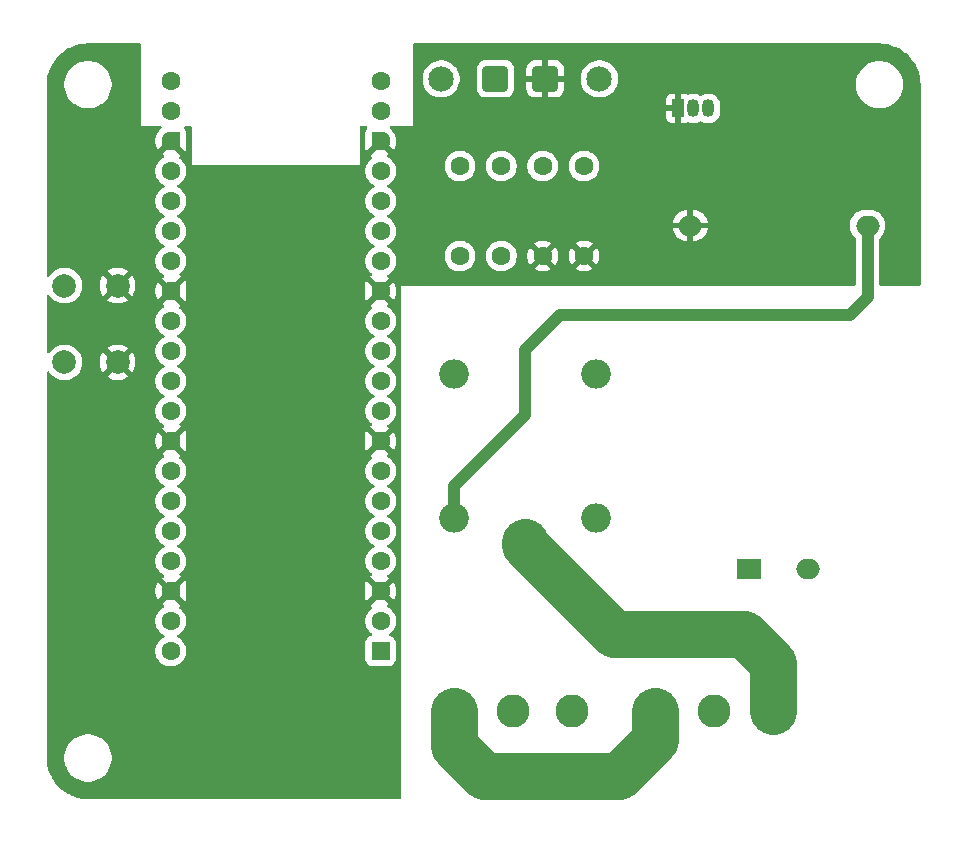
<source format=gbl>
%TF.GenerationSoftware,KiCad,Pcbnew,9.0.2+dfsg-1*%
%TF.CreationDate,2025-07-19T12:09:05+01:00*%
%TF.ProjectId,makita_aws_rx,6d616b69-7461-45f6-9177-735f72782e6b,rev?*%
%TF.SameCoordinates,Original*%
%TF.FileFunction,Copper,L2,Bot*%
%TF.FilePolarity,Positive*%
%FSLAX46Y46*%
G04 Gerber Fmt 4.6, Leading zero omitted, Abs format (unit mm)*
G04 Created by KiCad (PCBNEW 9.0.2+dfsg-1) date 2025-07-19 12:09:05*
%MOMM*%
%LPD*%
G01*
G04 APERTURE LIST*
G04 Aperture macros list*
%AMRoundRect*
0 Rectangle with rounded corners*
0 $1 Rounding radius*
0 $2 $3 $4 $5 $6 $7 $8 $9 X,Y pos of 4 corners*
0 Add a 4 corners polygon primitive as box body*
4,1,4,$2,$3,$4,$5,$6,$7,$8,$9,$2,$3,0*
0 Add four circle primitives for the rounded corners*
1,1,$1+$1,$2,$3*
1,1,$1+$1,$4,$5*
1,1,$1+$1,$6,$7*
1,1,$1+$1,$8,$9*
0 Add four rect primitives between the rounded corners*
20,1,$1+$1,$2,$3,$4,$5,0*
20,1,$1+$1,$4,$5,$6,$7,0*
20,1,$1+$1,$6,$7,$8,$9,0*
20,1,$1+$1,$8,$9,$2,$3,0*%
%AMFreePoly0*
4,1,37,0.603843,0.796157,0.639018,0.796157,0.711114,0.766294,0.766294,0.711114,0.796157,0.639018,0.796157,0.603843,0.800000,0.600000,0.800000,-0.600000,0.796157,-0.603843,0.796157,-0.639018,0.766294,-0.711114,0.711114,-0.766294,0.639018,-0.796157,0.603843,-0.796157,0.600000,-0.800000,0.000000,-0.800000,0.000000,-0.796148,-0.078414,-0.796148,-0.232228,-0.765552,-0.377117,-0.705537,
-0.507515,-0.618408,-0.618408,-0.507515,-0.705537,-0.377117,-0.765552,-0.232228,-0.796148,-0.078414,-0.796148,0.078414,-0.765552,0.232228,-0.705537,0.377117,-0.618408,0.507515,-0.507515,0.618408,-0.377117,0.705537,-0.232228,0.765552,-0.078414,0.796148,0.000000,0.796148,0.000000,0.800000,0.600000,0.800000,0.603843,0.796157,0.603843,0.796157,$1*%
%AMFreePoly1*
4,1,37,0.000000,0.796148,0.078414,0.796148,0.232228,0.765552,0.377117,0.705537,0.507515,0.618408,0.618408,0.507515,0.705537,0.377117,0.765552,0.232228,0.796148,0.078414,0.796148,-0.078414,0.765552,-0.232228,0.705537,-0.377117,0.618408,-0.507515,0.507515,-0.618408,0.377117,-0.705537,0.232228,-0.765552,0.078414,-0.796148,0.000000,-0.796148,0.000000,-0.800000,-0.600000,-0.800000,
-0.603843,-0.796157,-0.639018,-0.796157,-0.711114,-0.766294,-0.766294,-0.711114,-0.796157,-0.639018,-0.796157,-0.603843,-0.800000,-0.600000,-0.800000,0.600000,-0.796157,0.603843,-0.796157,0.639018,-0.766294,0.711114,-0.711114,0.766294,-0.639018,0.796157,-0.603843,0.796157,-0.600000,0.800000,0.000000,0.800000,0.000000,0.796148,0.000000,0.796148,$1*%
G04 Aperture macros list end*
%TA.AperFunction,ComponentPad*%
%ADD10RoundRect,0.250000X0.825000X0.825000X-0.825000X0.825000X-0.825000X-0.825000X0.825000X-0.825000X0*%
%TD*%
%TA.AperFunction,ComponentPad*%
%ADD11C,2.150000*%
%TD*%
%TA.AperFunction,ComponentPad*%
%ADD12C,1.600000*%
%TD*%
%TA.AperFunction,ComponentPad*%
%ADD13R,1.050000X1.500000*%
%TD*%
%TA.AperFunction,ComponentPad*%
%ADD14O,1.050000X1.500000*%
%TD*%
%TA.AperFunction,ComponentPad*%
%ADD15RoundRect,0.250001X-1.149999X-1.149999X1.149999X-1.149999X1.149999X1.149999X-1.149999X1.149999X0*%
%TD*%
%TA.AperFunction,ComponentPad*%
%ADD16C,2.800000*%
%TD*%
%TA.AperFunction,ComponentPad*%
%ADD17RoundRect,0.250000X-0.825000X-0.825000X0.825000X-0.825000X0.825000X0.825000X-0.825000X0.825000X0*%
%TD*%
%TA.AperFunction,ComponentPad*%
%ADD18RoundRect,0.200000X0.600000X0.600000X-0.600000X0.600000X-0.600000X-0.600000X0.600000X-0.600000X0*%
%TD*%
%TA.AperFunction,ComponentPad*%
%ADD19FreePoly0,180.000000*%
%TD*%
%TA.AperFunction,ComponentPad*%
%ADD20FreePoly1,180.000000*%
%TD*%
%TA.AperFunction,ComponentPad*%
%ADD21R,2.500000X2.500000*%
%TD*%
%TA.AperFunction,ComponentPad*%
%ADD22O,2.500000X2.500000*%
%TD*%
%TA.AperFunction,ComponentPad*%
%ADD23R,2.000000X1.700000*%
%TD*%
%TA.AperFunction,ComponentPad*%
%ADD24O,2.000000X1.700000*%
%TD*%
%TA.AperFunction,ComponentPad*%
%ADD25C,2.000000*%
%TD*%
%TA.AperFunction,Conductor*%
%ADD26C,1.000000*%
%TD*%
%TA.AperFunction,Conductor*%
%ADD27C,4.000000*%
%TD*%
G04 APERTURE END LIST*
D10*
%TO.P,D1,1,K*%
%TO.N,Net-(D1-K)*%
X198000000Y-55500000D03*
D11*
%TO.P,D1,2,A*%
%TO.N,/LED*%
X193400000Y-55500000D03*
%TD*%
D12*
%TO.P,R2,1*%
%TO.N,/COIL*%
X198500000Y-70500000D03*
%TO.P,R2,2*%
%TO.N,Net-(Q1-G)*%
X198500000Y-62880000D03*
%TD*%
D13*
%TO.P,Q1,1,S*%
%TO.N,GND*%
X213460000Y-58000000D03*
D14*
%TO.P,Q1,2,G*%
%TO.N,Net-(Q1-G)*%
X214730000Y-58000000D03*
%TO.P,Q1,3,D*%
%TO.N,Net-(Q1-D)*%
X216000000Y-58000000D03*
%TD*%
D15*
%TO.P,J1,1,Pin_1*%
%TO.N,/MAINS_N*%
X194500000Y-109000000D03*
D16*
%TO.P,J1,2,Pin_2*%
%TO.N,/MAINS_E*%
X199500000Y-109000000D03*
%TO.P,J1,3,Pin_3*%
%TO.N,/MAINS_L_IN*%
X204500000Y-109000000D03*
%TD*%
D12*
%TO.P,R3,1*%
%TO.N,GND*%
X202000000Y-70500000D03*
%TO.P,R3,2*%
%TO.N,Net-(Q1-G)*%
X202000000Y-62880000D03*
%TD*%
%TO.P,R4,1*%
%TO.N,Net-(D1-K)*%
X205500000Y-62880000D03*
%TO.P,R4,2*%
%TO.N,GND*%
X205500000Y-70500000D03*
%TD*%
D17*
%TO.P,SW1,1,1*%
%TO.N,GND*%
X202200000Y-55500000D03*
D11*
%TO.P,SW1,2,2*%
%TO.N,/SW_PUSH*%
X206800000Y-55500000D03*
%TD*%
D18*
%TO.P,A1,1,GPIO0*%
%TO.N,unconnected-(A1-GPIO0-Pad1)*%
X188280000Y-103940000D03*
D12*
%TO.P,A1,2,GPIO1*%
%TO.N,unconnected-(A1-GPIO1-Pad2)*%
X188280000Y-101400000D03*
D19*
%TO.P,A1,3,GND*%
%TO.N,GND*%
X188280000Y-98860000D03*
D12*
%TO.P,A1,4,GPIO2*%
%TO.N,unconnected-(A1-GPIO2-Pad4)*%
X188280000Y-96320000D03*
%TO.P,A1,5,GPIO3*%
%TO.N,unconnected-(A1-GPIO3-Pad5)*%
X188280000Y-93780000D03*
%TO.P,A1,6,GPIO4*%
%TO.N,unconnected-(A1-GPIO4-Pad6)*%
X188280000Y-91240000D03*
%TO.P,A1,7,GPIO5*%
%TO.N,unconnected-(A1-GPIO5-Pad7)*%
X188280000Y-88700000D03*
D19*
%TO.P,A1,8,GND*%
%TO.N,GND*%
X188280000Y-86160000D03*
D12*
%TO.P,A1,9,GPIO6*%
%TO.N,unconnected-(A1-GPIO6-Pad9)*%
X188280000Y-83620000D03*
%TO.P,A1,10,GPIO7*%
%TO.N,unconnected-(A1-GPIO7-Pad10)*%
X188280000Y-81080000D03*
%TO.P,A1,11,GPIO8*%
%TO.N,unconnected-(A1-GPIO8-Pad11)*%
X188280000Y-78540000D03*
%TO.P,A1,12,GPIO9*%
%TO.N,unconnected-(A1-GPIO9-Pad12)*%
X188280000Y-76000000D03*
D19*
%TO.P,A1,13,GND*%
%TO.N,GND*%
X188280000Y-73460000D03*
D12*
%TO.P,A1,14,GPIO10*%
%TO.N,/COIL*%
X188280000Y-70920000D03*
%TO.P,A1,15,GPIO11*%
%TO.N,unconnected-(A1-GPIO11-Pad15)*%
X188280000Y-68380000D03*
%TO.P,A1,16,GPIO12*%
%TO.N,unconnected-(A1-GPIO12-Pad16)*%
X188280000Y-65840000D03*
%TO.P,A1,17,GPIO13*%
%TO.N,unconnected-(A1-GPIO13-Pad17)*%
X188280000Y-63300000D03*
D19*
%TO.P,A1,18,GND*%
%TO.N,GND*%
X188280000Y-60760000D03*
D12*
%TO.P,A1,19,GPIO14*%
%TO.N,/SW_PUSH*%
X188280000Y-58220000D03*
%TO.P,A1,20,GPIO15*%
%TO.N,/LED*%
X188280000Y-55680000D03*
%TO.P,A1,21,GPIO16*%
%TO.N,unconnected-(A1-GPIO16-Pad21)*%
X170500000Y-55680000D03*
%TO.P,A1,22,GPIO17*%
%TO.N,unconnected-(A1-GPIO17-Pad22)*%
X170500000Y-58220000D03*
D20*
%TO.P,A1,23,GND*%
%TO.N,GND*%
X170500000Y-60760000D03*
D12*
%TO.P,A1,24,GPIO18*%
%TO.N,unconnected-(A1-GPIO18-Pad24)*%
X170500000Y-63300000D03*
%TO.P,A1,25,GPIO19*%
%TO.N,unconnected-(A1-GPIO19-Pad25)*%
X170500000Y-65840000D03*
%TO.P,A1,26,GPIO20*%
%TO.N,unconnected-(A1-GPIO20-Pad26)*%
X170500000Y-68380000D03*
%TO.P,A1,27,GPIO21*%
%TO.N,unconnected-(A1-GPIO21-Pad27)*%
X170500000Y-70920000D03*
D20*
%TO.P,A1,28,GND*%
%TO.N,GND*%
X170500000Y-73460000D03*
D12*
%TO.P,A1,29,GPIO22*%
%TO.N,unconnected-(A1-GPIO22-Pad29)*%
X170500000Y-76000000D03*
%TO.P,A1,30,RUN*%
%TO.N,/RUN*%
X170500000Y-78540000D03*
%TO.P,A1,31,GPIO26_ADC0*%
%TO.N,unconnected-(A1-GPIO26_ADC0-Pad31)*%
X170500000Y-81080000D03*
%TO.P,A1,32,GPIO27_ADC1*%
%TO.N,unconnected-(A1-GPIO27_ADC1-Pad32)*%
X170500000Y-83620000D03*
D20*
%TO.P,A1,33,AGND*%
%TO.N,GND*%
X170500000Y-86160000D03*
D12*
%TO.P,A1,34,GPIO28_ADC2*%
%TO.N,unconnected-(A1-GPIO28_ADC2-Pad34)*%
X170500000Y-88700000D03*
%TO.P,A1,35,ADC_VREF*%
%TO.N,unconnected-(A1-ADC_VREF-Pad35)*%
X170500000Y-91240000D03*
%TO.P,A1,36,3V3*%
%TO.N,unconnected-(A1-3V3-Pad36)*%
X170500000Y-93780000D03*
%TO.P,A1,37,3V3_EN*%
%TO.N,unconnected-(A1-3V3_EN-Pad37)*%
X170500000Y-96320000D03*
D20*
%TO.P,A1,38,GND*%
%TO.N,GND*%
X170500000Y-98860000D03*
D12*
%TO.P,A1,39,VSYS*%
%TO.N,+5V*%
X170500000Y-101400000D03*
%TO.P,A1,40,VBUS*%
%TO.N,unconnected-(A1-VBUS-Pad40)*%
X170500000Y-103940000D03*
%TD*%
D21*
%TO.P,K2,1*%
%TO.N,/MAINS_L_OUT*%
X200500000Y-94700000D03*
D22*
%TO.P,K2,2*%
%TO.N,Net-(Q1-D)*%
X206500000Y-92700000D03*
%TO.P,K2,3*%
%TO.N,/MAINS_L_IN*%
X206500000Y-80500000D03*
%TO.P,K2,4*%
%TO.N,unconnected-(K2-Pad4)*%
X194500000Y-80500000D03*
%TO.P,K2,5*%
%TO.N,+5V*%
X194500000Y-92700000D03*
%TD*%
D23*
%TO.P,PS1,1,AC/L*%
%TO.N,/MAINS_L_IN*%
X219500000Y-97000000D03*
D24*
%TO.P,PS1,2,AC/N*%
%TO.N,/MAINS_N*%
X224500000Y-97000000D03*
%TO.P,PS1,3,-Vout*%
%TO.N,GND*%
X214500000Y-67920000D03*
%TO.P,PS1,4,+Vout*%
%TO.N,+5V*%
X229500000Y-67920000D03*
%TD*%
D12*
%TO.P,R1,1*%
%TO.N,+5V*%
X195000000Y-62880000D03*
%TO.P,R1,2*%
%TO.N,/SW_PUSH*%
X195000000Y-70500000D03*
%TD*%
D15*
%TO.P,J2,1,Pin_1*%
%TO.N,/MAINS_N*%
X211500000Y-109000000D03*
D16*
%TO.P,J2,2,Pin_2*%
%TO.N,/MAINS_E*%
X216500000Y-109000000D03*
%TO.P,J2,3,Pin_3*%
%TO.N,/MAINS_L_OUT*%
X221500000Y-109000000D03*
%TD*%
D25*
%TO.P,SW3,1,1*%
%TO.N,GND*%
X166000000Y-73000000D03*
X166000000Y-79500000D03*
%TO.P,SW3,2,2*%
%TO.N,/RUN*%
X161500000Y-73000000D03*
X161500000Y-79500000D03*
%TD*%
D26*
%TO.N,+5V*%
X229500000Y-67920000D02*
X229500000Y-74000000D01*
X229500000Y-74000000D02*
X228000000Y-75500000D01*
X228000000Y-75500000D02*
X203500000Y-75500000D01*
X203500000Y-75500000D02*
X200500000Y-78500000D01*
X200500000Y-78500000D02*
X200500000Y-84000000D01*
X200500000Y-84000000D02*
X194500000Y-90000000D01*
X194500000Y-90000000D02*
X194500000Y-92700000D01*
D27*
%TO.N,/MAINS_N*%
X194500000Y-109000000D02*
X194500000Y-112000000D01*
X194500000Y-112000000D02*
X197000000Y-114500000D01*
X211500000Y-111500000D02*
X211500000Y-109000000D01*
X197000000Y-114500000D02*
X208500000Y-114500000D01*
X208500000Y-114500000D02*
X211500000Y-111500000D01*
%TO.N,/MAINS_L_OUT*%
X221500000Y-105000000D02*
X221500000Y-109000000D01*
X208000000Y-102500000D02*
X219000000Y-102500000D01*
X219000000Y-102500000D02*
X221500000Y-105000000D01*
X200500000Y-95000000D02*
X208000000Y-102500000D01*
X200500000Y-94700000D02*
X200500000Y-95000000D01*
%TD*%
%TA.AperFunction,Conductor*%
%TO.N,GND*%
G36*
X167943039Y-52520185D02*
G01*
X167988794Y-52572989D01*
X168000000Y-52624500D01*
X168000000Y-59500000D01*
X169629404Y-59500000D01*
X169696443Y-59519685D01*
X169742198Y-59572489D01*
X169752142Y-59641647D01*
X169723117Y-59705203D01*
X169708069Y-59719853D01*
X169632935Y-59781514D01*
X169521514Y-59892935D01*
X169458708Y-59969463D01*
X169458704Y-59969469D01*
X169371167Y-60100478D01*
X169371155Y-60100498D01*
X169324490Y-60187801D01*
X169264185Y-60333387D01*
X169235444Y-60428135D01*
X169204701Y-60582697D01*
X169204701Y-60582700D01*
X169195000Y-60681210D01*
X169195000Y-60838789D01*
X169204701Y-60937299D01*
X169204701Y-60937302D01*
X169235444Y-61091864D01*
X169264185Y-61186612D01*
X169324490Y-61332198D01*
X169371155Y-61419501D01*
X169371161Y-61419511D01*
X169417534Y-61488912D01*
X170017037Y-60889408D01*
X170034075Y-60952993D01*
X170099901Y-61067007D01*
X170192993Y-61160099D01*
X170307007Y-61225925D01*
X170370589Y-61242962D01*
X169771085Y-61842465D01*
X169840488Y-61888838D01*
X169840498Y-61888844D01*
X169906454Y-61924099D01*
X169956298Y-61973062D01*
X169971758Y-62041200D01*
X169947926Y-62106879D01*
X169904295Y-62143942D01*
X169818386Y-62187715D01*
X169652786Y-62308028D01*
X169508028Y-62452786D01*
X169387715Y-62618386D01*
X169294781Y-62800776D01*
X169231522Y-62995465D01*
X169199500Y-63197648D01*
X169199500Y-63402351D01*
X169231522Y-63604534D01*
X169294781Y-63799223D01*
X169387715Y-63981613D01*
X169508028Y-64147213D01*
X169652786Y-64291971D01*
X169807749Y-64404556D01*
X169818390Y-64412287D01*
X169909840Y-64458883D01*
X169911080Y-64459515D01*
X169961876Y-64507490D01*
X169978671Y-64575311D01*
X169956134Y-64641446D01*
X169911080Y-64680485D01*
X169818386Y-64727715D01*
X169652786Y-64848028D01*
X169508028Y-64992786D01*
X169387715Y-65158386D01*
X169294781Y-65340776D01*
X169231522Y-65535465D01*
X169199500Y-65737648D01*
X169199500Y-65942351D01*
X169231522Y-66144534D01*
X169294781Y-66339223D01*
X169387715Y-66521613D01*
X169508028Y-66687213D01*
X169652786Y-66831971D01*
X169733038Y-66890276D01*
X169818390Y-66952287D01*
X169909840Y-66998883D01*
X169911080Y-66999515D01*
X169961876Y-67047490D01*
X169978671Y-67115311D01*
X169956134Y-67181446D01*
X169911080Y-67220485D01*
X169818386Y-67267715D01*
X169652786Y-67388028D01*
X169508028Y-67532786D01*
X169387715Y-67698386D01*
X169294781Y-67880776D01*
X169231522Y-68075465D01*
X169199500Y-68277648D01*
X169199500Y-68482351D01*
X169231522Y-68684534D01*
X169294781Y-68879223D01*
X169387715Y-69061613D01*
X169508028Y-69227213D01*
X169652786Y-69371971D01*
X169807749Y-69484556D01*
X169818390Y-69492287D01*
X169909840Y-69538883D01*
X169911080Y-69539515D01*
X169961876Y-69587490D01*
X169978671Y-69655311D01*
X169956134Y-69721446D01*
X169911080Y-69760485D01*
X169818386Y-69807715D01*
X169652786Y-69928028D01*
X169508028Y-70072786D01*
X169387715Y-70238386D01*
X169294781Y-70420776D01*
X169231522Y-70615465D01*
X169199500Y-70817648D01*
X169199500Y-71022351D01*
X169231522Y-71224534D01*
X169294781Y-71419223D01*
X169387715Y-71601613D01*
X169508028Y-71767213D01*
X169652786Y-71911971D01*
X169818388Y-72032286D01*
X169818390Y-72032287D01*
X169904294Y-72076057D01*
X169955090Y-72124031D01*
X169971886Y-72191852D01*
X169949349Y-72257987D01*
X169906455Y-72295899D01*
X169840497Y-72331155D01*
X169771086Y-72377534D01*
X169771085Y-72377534D01*
X170370589Y-72977037D01*
X170307007Y-72994075D01*
X170192993Y-73059901D01*
X170099901Y-73152993D01*
X170034075Y-73267007D01*
X170017037Y-73330588D01*
X169417534Y-72731085D01*
X169417534Y-72731086D01*
X169371158Y-72800493D01*
X169324490Y-72887801D01*
X169264185Y-73033387D01*
X169235444Y-73128135D01*
X169204701Y-73282697D01*
X169204701Y-73282700D01*
X169195000Y-73381210D01*
X169195000Y-73538789D01*
X169204701Y-73637299D01*
X169204701Y-73637302D01*
X169235444Y-73791864D01*
X169264185Y-73886612D01*
X169324490Y-74032198D01*
X169371155Y-74119501D01*
X169371161Y-74119511D01*
X169417534Y-74188912D01*
X170017037Y-73589410D01*
X170034075Y-73652993D01*
X170099901Y-73767007D01*
X170192993Y-73860099D01*
X170307007Y-73925925D01*
X170370589Y-73942962D01*
X169771085Y-74542465D01*
X169840488Y-74588838D01*
X169840498Y-74588844D01*
X169906454Y-74624099D01*
X169956298Y-74673062D01*
X169971758Y-74741200D01*
X169947926Y-74806879D01*
X169904295Y-74843942D01*
X169818386Y-74887715D01*
X169652786Y-75008028D01*
X169508028Y-75152786D01*
X169387715Y-75318386D01*
X169294781Y-75500776D01*
X169231522Y-75695465D01*
X169199500Y-75897648D01*
X169199500Y-76102351D01*
X169231522Y-76304534D01*
X169294781Y-76499223D01*
X169387715Y-76681613D01*
X169508028Y-76847213D01*
X169652786Y-76991971D01*
X169807749Y-77104556D01*
X169818390Y-77112287D01*
X169909840Y-77158883D01*
X169911080Y-77159515D01*
X169961876Y-77207490D01*
X169978671Y-77275311D01*
X169956134Y-77341446D01*
X169911080Y-77380485D01*
X169818386Y-77427715D01*
X169652786Y-77548028D01*
X169508028Y-77692786D01*
X169387715Y-77858386D01*
X169294781Y-78040776D01*
X169231522Y-78235465D01*
X169205232Y-78401459D01*
X169199500Y-78437648D01*
X169199500Y-78642352D01*
X169203878Y-78669995D01*
X169231522Y-78844534D01*
X169294781Y-79039223D01*
X169305312Y-79059890D01*
X169367062Y-79181081D01*
X169387715Y-79221613D01*
X169508028Y-79387213D01*
X169652786Y-79531971D01*
X169771269Y-79618052D01*
X169818390Y-79652287D01*
X169909840Y-79698883D01*
X169911080Y-79699515D01*
X169961876Y-79747490D01*
X169978671Y-79815311D01*
X169956134Y-79881446D01*
X169911080Y-79920485D01*
X169818386Y-79967715D01*
X169652786Y-80088028D01*
X169508028Y-80232786D01*
X169387715Y-80398386D01*
X169294781Y-80580776D01*
X169231522Y-80775465D01*
X169199500Y-80977648D01*
X169199500Y-81182351D01*
X169231522Y-81384534D01*
X169294781Y-81579223D01*
X169387715Y-81761613D01*
X169508028Y-81927213D01*
X169652786Y-82071971D01*
X169775544Y-82161158D01*
X169818390Y-82192287D01*
X169909840Y-82238883D01*
X169911080Y-82239515D01*
X169961876Y-82287490D01*
X169978671Y-82355311D01*
X169956134Y-82421446D01*
X169911080Y-82460485D01*
X169818386Y-82507715D01*
X169652786Y-82628028D01*
X169508028Y-82772786D01*
X169387715Y-82938386D01*
X169294781Y-83120776D01*
X169231522Y-83315465D01*
X169199500Y-83517648D01*
X169199500Y-83722351D01*
X169231522Y-83924534D01*
X169294781Y-84119223D01*
X169358691Y-84244653D01*
X169382732Y-84291835D01*
X169387715Y-84301613D01*
X169508028Y-84467213D01*
X169652786Y-84611971D01*
X169818388Y-84732286D01*
X169818390Y-84732287D01*
X169904294Y-84776057D01*
X169955090Y-84824031D01*
X169971886Y-84891852D01*
X169949349Y-84957987D01*
X169906455Y-84995899D01*
X169840497Y-85031155D01*
X169771086Y-85077534D01*
X169771085Y-85077534D01*
X170370589Y-85677037D01*
X170307007Y-85694075D01*
X170192993Y-85759901D01*
X170099901Y-85852993D01*
X170034075Y-85967007D01*
X170017037Y-86030588D01*
X169417534Y-85431085D01*
X169417534Y-85431086D01*
X169371158Y-85500493D01*
X169324490Y-85587801D01*
X169264185Y-85733387D01*
X169235444Y-85828135D01*
X169204701Y-85982697D01*
X169204701Y-85982700D01*
X169195000Y-86081210D01*
X169195000Y-86238789D01*
X169204701Y-86337299D01*
X169204701Y-86337302D01*
X169235444Y-86491864D01*
X169264185Y-86586612D01*
X169324490Y-86732198D01*
X169371155Y-86819501D01*
X169371161Y-86819511D01*
X169417534Y-86888912D01*
X170017037Y-86289410D01*
X170034075Y-86352993D01*
X170099901Y-86467007D01*
X170192993Y-86560099D01*
X170307007Y-86625925D01*
X170370589Y-86642962D01*
X169771085Y-87242465D01*
X169840488Y-87288838D01*
X169840498Y-87288844D01*
X169906454Y-87324099D01*
X169956298Y-87373062D01*
X169971758Y-87441200D01*
X169947926Y-87506879D01*
X169904295Y-87543942D01*
X169818386Y-87587715D01*
X169652786Y-87708028D01*
X169508028Y-87852786D01*
X169387715Y-88018386D01*
X169294781Y-88200776D01*
X169231522Y-88395465D01*
X169199500Y-88597648D01*
X169199500Y-88802351D01*
X169231522Y-89004534D01*
X169294781Y-89199223D01*
X169358691Y-89324653D01*
X169377832Y-89362218D01*
X169387715Y-89381613D01*
X169508028Y-89547213D01*
X169652786Y-89691971D01*
X169807749Y-89804556D01*
X169818390Y-89812287D01*
X169909840Y-89858883D01*
X169911080Y-89859515D01*
X169961876Y-89907490D01*
X169978671Y-89975311D01*
X169956134Y-90041446D01*
X169911080Y-90080485D01*
X169818386Y-90127715D01*
X169652786Y-90248028D01*
X169508028Y-90392786D01*
X169387715Y-90558386D01*
X169294781Y-90740776D01*
X169231522Y-90935465D01*
X169199500Y-91137648D01*
X169199500Y-91342351D01*
X169231522Y-91544534D01*
X169294781Y-91739223D01*
X169387715Y-91921613D01*
X169508028Y-92087213D01*
X169652786Y-92231971D01*
X169737393Y-92293440D01*
X169818390Y-92352287D01*
X169884946Y-92386199D01*
X169911080Y-92399515D01*
X169961876Y-92447490D01*
X169978671Y-92515311D01*
X169956134Y-92581446D01*
X169911080Y-92620485D01*
X169818386Y-92667715D01*
X169652786Y-92788028D01*
X169508028Y-92932786D01*
X169387715Y-93098386D01*
X169294781Y-93280776D01*
X169231522Y-93475465D01*
X169199500Y-93677648D01*
X169199500Y-93882351D01*
X169231522Y-94084534D01*
X169294781Y-94279223D01*
X169336530Y-94361158D01*
X169382052Y-94450500D01*
X169387715Y-94461613D01*
X169508028Y-94627213D01*
X169652786Y-94771971D01*
X169773365Y-94859575D01*
X169818390Y-94892287D01*
X169909840Y-94938883D01*
X169911080Y-94939515D01*
X169961876Y-94987490D01*
X169978671Y-95055311D01*
X169956134Y-95121446D01*
X169911080Y-95160485D01*
X169818386Y-95207715D01*
X169652786Y-95328028D01*
X169508028Y-95472786D01*
X169387715Y-95638386D01*
X169294781Y-95820776D01*
X169231522Y-96015465D01*
X169199500Y-96217648D01*
X169199500Y-96422351D01*
X169231522Y-96624534D01*
X169294781Y-96819223D01*
X169387715Y-97001613D01*
X169508028Y-97167213D01*
X169652786Y-97311971D01*
X169818388Y-97432286D01*
X169818390Y-97432287D01*
X169904294Y-97476057D01*
X169955090Y-97524031D01*
X169971886Y-97591852D01*
X169949349Y-97657987D01*
X169906455Y-97695899D01*
X169840497Y-97731155D01*
X169771086Y-97777534D01*
X169771085Y-97777534D01*
X170370589Y-98377037D01*
X170307007Y-98394075D01*
X170192993Y-98459901D01*
X170099901Y-98552993D01*
X170034075Y-98667007D01*
X170017037Y-98730588D01*
X169417534Y-98131085D01*
X169417534Y-98131086D01*
X169371158Y-98200493D01*
X169324490Y-98287801D01*
X169264185Y-98433387D01*
X169235444Y-98528135D01*
X169204701Y-98682697D01*
X169204701Y-98682700D01*
X169195000Y-98781210D01*
X169195000Y-98938789D01*
X169204701Y-99037299D01*
X169204701Y-99037302D01*
X169235444Y-99191864D01*
X169264185Y-99286612D01*
X169324490Y-99432198D01*
X169371155Y-99519501D01*
X169371161Y-99519511D01*
X169417534Y-99588912D01*
X170017037Y-98989410D01*
X170034075Y-99052993D01*
X170099901Y-99167007D01*
X170192993Y-99260099D01*
X170307007Y-99325925D01*
X170370589Y-99342962D01*
X169771085Y-99942465D01*
X169840488Y-99988838D01*
X169840498Y-99988844D01*
X169906454Y-100024099D01*
X169956298Y-100073062D01*
X169971758Y-100141200D01*
X169947926Y-100206879D01*
X169904295Y-100243942D01*
X169818386Y-100287715D01*
X169652786Y-100408028D01*
X169508028Y-100552786D01*
X169387715Y-100718386D01*
X169294781Y-100900776D01*
X169231522Y-101095465D01*
X169199500Y-101297648D01*
X169199500Y-101502351D01*
X169231522Y-101704534D01*
X169294781Y-101899223D01*
X169387715Y-102081613D01*
X169508028Y-102247213D01*
X169652786Y-102391971D01*
X169798189Y-102497610D01*
X169818390Y-102512287D01*
X169909840Y-102558883D01*
X169911080Y-102559515D01*
X169961876Y-102607490D01*
X169978671Y-102675311D01*
X169956134Y-102741446D01*
X169911080Y-102780485D01*
X169818386Y-102827715D01*
X169652786Y-102948028D01*
X169508028Y-103092786D01*
X169387715Y-103258386D01*
X169294781Y-103440776D01*
X169231522Y-103635465D01*
X169199500Y-103837648D01*
X169199500Y-104042351D01*
X169231522Y-104244534D01*
X169294781Y-104439223D01*
X169347416Y-104542523D01*
X169374976Y-104596613D01*
X169387715Y-104621613D01*
X169508028Y-104787213D01*
X169652786Y-104931971D01*
X169807749Y-105044556D01*
X169818390Y-105052287D01*
X169934607Y-105111503D01*
X170000776Y-105145218D01*
X170000778Y-105145218D01*
X170000781Y-105145220D01*
X170105137Y-105179127D01*
X170195465Y-105208477D01*
X170296557Y-105224488D01*
X170397648Y-105240500D01*
X170397649Y-105240500D01*
X170602351Y-105240500D01*
X170602352Y-105240500D01*
X170804534Y-105208477D01*
X170999219Y-105145220D01*
X171181610Y-105052287D01*
X171296170Y-104969055D01*
X171347213Y-104931971D01*
X171347215Y-104931968D01*
X171347219Y-104931966D01*
X171491966Y-104787219D01*
X171491968Y-104787215D01*
X171491971Y-104787213D01*
X171579170Y-104667192D01*
X171612287Y-104621610D01*
X171705220Y-104439219D01*
X171768477Y-104244534D01*
X171800500Y-104042352D01*
X171800500Y-103837648D01*
X171768477Y-103635466D01*
X171705220Y-103440781D01*
X171705218Y-103440778D01*
X171705218Y-103440776D01*
X171649373Y-103331175D01*
X171612287Y-103258390D01*
X171604556Y-103247749D01*
X171491971Y-103092786D01*
X171347213Y-102948028D01*
X171181614Y-102827715D01*
X171175006Y-102824348D01*
X171088917Y-102780483D01*
X171038123Y-102732511D01*
X171021328Y-102664690D01*
X171043865Y-102598555D01*
X171088917Y-102559516D01*
X171181610Y-102512287D01*
X171266440Y-102450655D01*
X171347213Y-102391971D01*
X171347215Y-102391968D01*
X171347219Y-102391966D01*
X171491966Y-102247219D01*
X171491968Y-102247215D01*
X171491971Y-102247213D01*
X171544732Y-102174590D01*
X171612287Y-102081610D01*
X171705220Y-101899219D01*
X171768477Y-101704534D01*
X171800500Y-101502352D01*
X171800500Y-101297648D01*
X171768477Y-101095466D01*
X171705220Y-100900781D01*
X171705218Y-100900778D01*
X171705218Y-100900776D01*
X171671503Y-100834607D01*
X171612287Y-100718390D01*
X171549946Y-100632584D01*
X171491971Y-100552786D01*
X171347217Y-100408032D01*
X171270415Y-100352232D01*
X171227750Y-100296902D01*
X171221771Y-100227288D01*
X171254377Y-100165494D01*
X171312640Y-100131765D01*
X171333039Y-100126559D01*
X171389584Y-100103136D01*
X171389584Y-100103135D01*
X170629410Y-99342962D01*
X170692993Y-99325925D01*
X170807007Y-99260099D01*
X170900099Y-99167007D01*
X170965925Y-99052993D01*
X170982962Y-98989410D01*
X171743135Y-99749584D01*
X171743136Y-99749584D01*
X171766552Y-99693053D01*
X171784544Y-99642053D01*
X171804999Y-99499780D01*
X171805000Y-99499779D01*
X171805000Y-98220224D01*
X171804999Y-98220204D01*
X171802106Y-98166237D01*
X171802106Y-98166235D01*
X171766561Y-98026969D01*
X171766559Y-98026962D01*
X171743135Y-97970414D01*
X170982962Y-98730588D01*
X170965925Y-98667007D01*
X170900099Y-98552993D01*
X170807007Y-98459901D01*
X170692993Y-98394075D01*
X170629410Y-98377037D01*
X171389584Y-97616862D01*
X171333059Y-97593449D01*
X171333048Y-97593445D01*
X171304374Y-97583329D01*
X171247703Y-97542462D01*
X171222122Y-97477443D01*
X171235754Y-97408916D01*
X171272745Y-97366074D01*
X171347215Y-97311969D01*
X171347215Y-97311968D01*
X171347219Y-97311966D01*
X171491966Y-97167219D01*
X171491968Y-97167215D01*
X171491971Y-97167213D01*
X171544732Y-97094590D01*
X171612287Y-97001610D01*
X171705220Y-96819219D01*
X171768477Y-96624534D01*
X171800500Y-96422352D01*
X171800500Y-96217648D01*
X171768477Y-96015466D01*
X171753670Y-95969896D01*
X171733452Y-95907669D01*
X171705220Y-95820781D01*
X171705218Y-95820778D01*
X171705218Y-95820776D01*
X171640274Y-95693318D01*
X171612287Y-95638390D01*
X171604556Y-95627749D01*
X171491971Y-95472786D01*
X171347213Y-95328028D01*
X171181614Y-95207715D01*
X171175006Y-95204348D01*
X171088917Y-95160483D01*
X171038123Y-95112511D01*
X171021328Y-95044690D01*
X171043865Y-94978555D01*
X171088917Y-94939516D01*
X171181610Y-94892287D01*
X171226635Y-94859575D01*
X171347213Y-94771971D01*
X171347215Y-94771968D01*
X171347219Y-94771966D01*
X171491966Y-94627219D01*
X171491968Y-94627215D01*
X171491971Y-94627213D01*
X171544732Y-94554590D01*
X171612287Y-94461610D01*
X171705220Y-94279219D01*
X171768477Y-94084534D01*
X171800500Y-93882352D01*
X171800500Y-93677648D01*
X171768477Y-93475466D01*
X171705220Y-93280781D01*
X171705218Y-93280778D01*
X171705218Y-93280776D01*
X171671503Y-93214607D01*
X171612287Y-93098390D01*
X171563453Y-93031175D01*
X171491971Y-92932786D01*
X171347213Y-92788028D01*
X171181614Y-92667715D01*
X171161521Y-92657477D01*
X171088917Y-92620483D01*
X171038123Y-92572511D01*
X171021328Y-92504690D01*
X171043865Y-92438555D01*
X171088917Y-92399516D01*
X171181610Y-92352287D01*
X171262607Y-92293440D01*
X171347213Y-92231971D01*
X171347215Y-92231968D01*
X171347219Y-92231966D01*
X171491966Y-92087219D01*
X171491968Y-92087215D01*
X171491971Y-92087213D01*
X171544732Y-92014590D01*
X171612287Y-91921610D01*
X171705220Y-91739219D01*
X171768477Y-91544534D01*
X171800500Y-91342352D01*
X171800500Y-91137648D01*
X171768477Y-90935466D01*
X171705220Y-90740781D01*
X171705218Y-90740778D01*
X171705218Y-90740776D01*
X171671503Y-90674607D01*
X171612287Y-90558390D01*
X171604556Y-90547749D01*
X171491971Y-90392786D01*
X171347213Y-90248028D01*
X171181614Y-90127715D01*
X171175006Y-90124348D01*
X171088917Y-90080483D01*
X171038123Y-90032511D01*
X171021328Y-89964690D01*
X171043865Y-89898555D01*
X171088917Y-89859516D01*
X171181610Y-89812287D01*
X171202770Y-89796913D01*
X171347213Y-89691971D01*
X171347215Y-89691968D01*
X171347219Y-89691966D01*
X171491966Y-89547219D01*
X171491968Y-89547215D01*
X171491971Y-89547213D01*
X171544732Y-89474590D01*
X171612287Y-89381610D01*
X171705220Y-89199219D01*
X171768477Y-89004534D01*
X171800500Y-88802352D01*
X171800500Y-88597648D01*
X171768477Y-88395466D01*
X171705220Y-88200781D01*
X171705218Y-88200778D01*
X171705218Y-88200776D01*
X171671503Y-88134607D01*
X171612287Y-88018390D01*
X171604556Y-88007749D01*
X171491971Y-87852786D01*
X171347217Y-87708032D01*
X171270415Y-87652232D01*
X171227750Y-87596902D01*
X171221771Y-87527288D01*
X171254377Y-87465494D01*
X171312640Y-87431765D01*
X171333039Y-87426559D01*
X171389584Y-87403136D01*
X171389584Y-87403135D01*
X170629410Y-86642962D01*
X170692993Y-86625925D01*
X170807007Y-86560099D01*
X170900099Y-86467007D01*
X170965925Y-86352993D01*
X170982962Y-86289410D01*
X171743135Y-87049584D01*
X171743136Y-87049584D01*
X171766552Y-86993053D01*
X171784544Y-86942053D01*
X171804999Y-86799780D01*
X171805000Y-86799779D01*
X171805000Y-85520224D01*
X171804999Y-85520204D01*
X171802106Y-85466237D01*
X171802106Y-85466235D01*
X171766561Y-85326969D01*
X171766559Y-85326962D01*
X171743135Y-85270414D01*
X170982962Y-86030588D01*
X170965925Y-85967007D01*
X170900099Y-85852993D01*
X170807007Y-85759901D01*
X170692993Y-85694075D01*
X170629410Y-85677037D01*
X171389584Y-84916862D01*
X171333059Y-84893449D01*
X171333048Y-84893445D01*
X171304374Y-84883329D01*
X171247703Y-84842462D01*
X171222122Y-84777443D01*
X171235754Y-84708916D01*
X171272745Y-84666074D01*
X171347215Y-84611969D01*
X171347215Y-84611968D01*
X171347219Y-84611966D01*
X171491966Y-84467219D01*
X171491968Y-84467215D01*
X171491971Y-84467213D01*
X171544732Y-84394590D01*
X171612287Y-84301610D01*
X171705220Y-84119219D01*
X171768477Y-83924534D01*
X171800500Y-83722352D01*
X171800500Y-83517648D01*
X171768477Y-83315466D01*
X171705220Y-83120781D01*
X171705218Y-83120778D01*
X171705218Y-83120776D01*
X171671503Y-83054607D01*
X171612287Y-82938390D01*
X171604556Y-82927749D01*
X171491971Y-82772786D01*
X171347213Y-82628028D01*
X171181614Y-82507715D01*
X171175006Y-82504348D01*
X171088917Y-82460483D01*
X171038123Y-82412511D01*
X171021328Y-82344690D01*
X171043865Y-82278555D01*
X171088917Y-82239516D01*
X171181610Y-82192287D01*
X171224456Y-82161158D01*
X171347213Y-82071971D01*
X171347215Y-82071968D01*
X171347219Y-82071966D01*
X171491966Y-81927219D01*
X171491968Y-81927215D01*
X171491971Y-81927213D01*
X171570650Y-81818919D01*
X171612287Y-81761610D01*
X171705220Y-81579219D01*
X171768477Y-81384534D01*
X171800500Y-81182352D01*
X171800500Y-80977648D01*
X171769725Y-80783343D01*
X171768477Y-80775465D01*
X171705218Y-80580776D01*
X171671503Y-80514607D01*
X171612287Y-80398390D01*
X171592061Y-80370551D01*
X171491971Y-80232786D01*
X171347213Y-80088028D01*
X171181614Y-79967715D01*
X171127436Y-79940110D01*
X171088917Y-79920483D01*
X171038123Y-79872511D01*
X171021328Y-79804690D01*
X171043865Y-79738555D01*
X171088917Y-79699516D01*
X171181610Y-79652287D01*
X171291554Y-79572409D01*
X171347213Y-79531971D01*
X171347215Y-79531968D01*
X171347219Y-79531966D01*
X171491966Y-79387219D01*
X171491968Y-79387215D01*
X171491971Y-79387213D01*
X171564264Y-79287708D01*
X171612287Y-79221610D01*
X171705220Y-79039219D01*
X171768477Y-78844534D01*
X171800500Y-78642352D01*
X171800500Y-78437648D01*
X171794768Y-78401459D01*
X171768477Y-78235465D01*
X171705218Y-78040776D01*
X171614237Y-77862218D01*
X171612287Y-77858390D01*
X171604556Y-77847749D01*
X171491971Y-77692786D01*
X171347213Y-77548028D01*
X171181614Y-77427715D01*
X171175006Y-77424348D01*
X171088917Y-77380483D01*
X171038123Y-77332511D01*
X171021328Y-77264690D01*
X171043865Y-77198555D01*
X171088917Y-77159516D01*
X171181610Y-77112287D01*
X171202770Y-77096913D01*
X171347213Y-76991971D01*
X171347215Y-76991968D01*
X171347219Y-76991966D01*
X171491966Y-76847219D01*
X171491968Y-76847215D01*
X171491971Y-76847213D01*
X171544732Y-76774590D01*
X171612287Y-76681610D01*
X171705220Y-76499219D01*
X171768477Y-76304534D01*
X171800500Y-76102352D01*
X171800500Y-75897648D01*
X171768477Y-75695466D01*
X171705220Y-75500781D01*
X171705218Y-75500778D01*
X171705218Y-75500776D01*
X171671503Y-75434607D01*
X171612287Y-75318390D01*
X171604556Y-75307749D01*
X171491971Y-75152786D01*
X171347217Y-75008032D01*
X171270415Y-74952232D01*
X171227750Y-74896902D01*
X171221771Y-74827288D01*
X171254377Y-74765494D01*
X171312640Y-74731765D01*
X171333039Y-74726559D01*
X171389584Y-74703136D01*
X171389584Y-74703135D01*
X170629410Y-73942962D01*
X170692993Y-73925925D01*
X170807007Y-73860099D01*
X170900099Y-73767007D01*
X170965925Y-73652993D01*
X170982962Y-73589410D01*
X171743135Y-74349584D01*
X171743136Y-74349584D01*
X171766552Y-74293053D01*
X171784544Y-74242053D01*
X171804999Y-74099780D01*
X171805000Y-74099779D01*
X171805000Y-72820224D01*
X171804999Y-72820204D01*
X171802106Y-72766237D01*
X171802106Y-72766235D01*
X171766561Y-72626969D01*
X171766559Y-72626962D01*
X171743135Y-72570414D01*
X170982962Y-73330588D01*
X170965925Y-73267007D01*
X170900099Y-73152993D01*
X170807007Y-73059901D01*
X170692993Y-72994075D01*
X170629410Y-72977037D01*
X171389584Y-72216862D01*
X171333059Y-72193449D01*
X171333048Y-72193445D01*
X171304374Y-72183329D01*
X171247703Y-72142462D01*
X171222122Y-72077443D01*
X171235754Y-72008916D01*
X171272745Y-71966074D01*
X171347215Y-71911969D01*
X171347215Y-71911968D01*
X171347219Y-71911966D01*
X171491966Y-71767219D01*
X171491968Y-71767215D01*
X171491971Y-71767213D01*
X171544732Y-71694590D01*
X171612287Y-71601610D01*
X171705220Y-71419219D01*
X171768477Y-71224534D01*
X171800500Y-71022352D01*
X171800500Y-70817648D01*
X171798404Y-70804417D01*
X171768477Y-70615465D01*
X171708571Y-70431094D01*
X171705220Y-70420781D01*
X171705218Y-70420778D01*
X171705218Y-70420776D01*
X171620441Y-70254394D01*
X171612287Y-70238390D01*
X171604556Y-70227749D01*
X171491971Y-70072786D01*
X171347213Y-69928028D01*
X171181614Y-69807715D01*
X171175006Y-69804348D01*
X171088917Y-69760483D01*
X171038123Y-69712511D01*
X171021328Y-69644690D01*
X171043865Y-69578555D01*
X171088917Y-69539516D01*
X171181610Y-69492287D01*
X171202770Y-69476913D01*
X171347213Y-69371971D01*
X171347215Y-69371968D01*
X171347219Y-69371966D01*
X171491966Y-69227219D01*
X171491968Y-69227215D01*
X171491971Y-69227213D01*
X171544732Y-69154590D01*
X171612287Y-69061610D01*
X171705220Y-68879219D01*
X171768477Y-68684534D01*
X171800500Y-68482352D01*
X171800500Y-68277648D01*
X171768477Y-68075466D01*
X171752497Y-68026286D01*
X171705218Y-67880776D01*
X171645390Y-67763359D01*
X171612287Y-67698390D01*
X171591661Y-67670000D01*
X171491971Y-67532786D01*
X171347213Y-67388028D01*
X171181614Y-67267715D01*
X171175006Y-67264348D01*
X171088917Y-67220483D01*
X171038123Y-67172511D01*
X171021328Y-67104690D01*
X171043865Y-67038555D01*
X171088917Y-66999516D01*
X171181610Y-66952287D01*
X171267493Y-66889890D01*
X171347213Y-66831971D01*
X171347215Y-66831968D01*
X171347219Y-66831966D01*
X171491966Y-66687219D01*
X171491968Y-66687215D01*
X171491971Y-66687213D01*
X171577493Y-66569500D01*
X171612287Y-66521610D01*
X171705220Y-66339219D01*
X171768477Y-66144534D01*
X171800500Y-65942352D01*
X171800500Y-65737648D01*
X171768477Y-65535466D01*
X171705220Y-65340781D01*
X171705218Y-65340778D01*
X171705218Y-65340776D01*
X171671503Y-65274607D01*
X171612287Y-65158390D01*
X171604556Y-65147749D01*
X171491971Y-64992786D01*
X171347213Y-64848028D01*
X171181614Y-64727715D01*
X171175006Y-64724348D01*
X171088917Y-64680483D01*
X171038123Y-64632511D01*
X171021328Y-64564690D01*
X171043865Y-64498555D01*
X171088917Y-64459516D01*
X171181610Y-64412287D01*
X171202770Y-64396913D01*
X171347213Y-64291971D01*
X171347215Y-64291968D01*
X171347219Y-64291966D01*
X171491966Y-64147219D01*
X171491968Y-64147215D01*
X171491971Y-64147213D01*
X171544732Y-64074590D01*
X171612287Y-63981610D01*
X171705220Y-63799219D01*
X171768477Y-63604534D01*
X171800500Y-63402352D01*
X171800500Y-63197648D01*
X171768477Y-62995466D01*
X171768476Y-62995464D01*
X171708571Y-62811094D01*
X171705220Y-62800781D01*
X171705218Y-62800778D01*
X171705218Y-62800776D01*
X171671503Y-62734607D01*
X171612287Y-62618390D01*
X171581101Y-62575466D01*
X171491971Y-62452786D01*
X171347217Y-62308032D01*
X171270415Y-62252232D01*
X171227750Y-62196902D01*
X171221771Y-62127288D01*
X171254377Y-62065494D01*
X171312640Y-62031765D01*
X171333039Y-62026559D01*
X171389584Y-62003136D01*
X171389584Y-62003135D01*
X170629410Y-61242962D01*
X170692993Y-61225925D01*
X170807007Y-61160099D01*
X170900099Y-61067007D01*
X170965925Y-60952993D01*
X170982962Y-60889411D01*
X171743135Y-61649584D01*
X171743136Y-61649584D01*
X171766552Y-61593053D01*
X171784544Y-61542053D01*
X171804999Y-61399780D01*
X171805000Y-61399779D01*
X171805000Y-60120214D01*
X171802106Y-60066237D01*
X171802106Y-60066235D01*
X171766561Y-59926969D01*
X171766557Y-59926957D01*
X171736118Y-59853471D01*
X171736106Y-59853443D01*
X171712781Y-59804690D01*
X171712778Y-59804685D01*
X171633147Y-59698311D01*
X171608730Y-59632846D01*
X171623582Y-59564573D01*
X171672987Y-59515168D01*
X171732414Y-59500000D01*
X172166000Y-59500000D01*
X172233039Y-59519685D01*
X172278794Y-59572489D01*
X172290000Y-59624000D01*
X172290000Y-62810000D01*
X186490000Y-62810000D01*
X186490000Y-59624000D01*
X186509685Y-59556961D01*
X186562489Y-59511206D01*
X186614000Y-59500000D01*
X187045622Y-59500000D01*
X187112661Y-59519685D01*
X187158416Y-59572489D01*
X187168360Y-59641647D01*
X187139335Y-59705203D01*
X187137871Y-59706862D01*
X187117229Y-59729842D01*
X187043888Y-59853454D01*
X187043884Y-59853461D01*
X187013452Y-59926932D01*
X187013451Y-59926935D01*
X186995455Y-59977946D01*
X186975000Y-60120219D01*
X186975000Y-61399785D01*
X186977893Y-61453762D01*
X186977893Y-61453764D01*
X187013438Y-61593030D01*
X187013442Y-61593043D01*
X187036862Y-61649584D01*
X187797037Y-60889408D01*
X187814075Y-60952993D01*
X187879901Y-61067007D01*
X187972993Y-61160099D01*
X188087007Y-61225925D01*
X188150589Y-61242962D01*
X187390414Y-62003135D01*
X187446960Y-62026557D01*
X187446986Y-62026567D01*
X187475621Y-62036669D01*
X187532294Y-62077534D01*
X187557876Y-62142552D01*
X187544246Y-62211080D01*
X187507256Y-62253924D01*
X187432782Y-62308032D01*
X187288028Y-62452786D01*
X187167715Y-62618386D01*
X187074781Y-62800776D01*
X187011522Y-62995465D01*
X186979500Y-63197648D01*
X186979500Y-63402351D01*
X187011522Y-63604534D01*
X187074781Y-63799223D01*
X187167715Y-63981613D01*
X187288028Y-64147213D01*
X187432786Y-64291971D01*
X187587749Y-64404556D01*
X187598390Y-64412287D01*
X187689840Y-64458883D01*
X187691080Y-64459515D01*
X187741876Y-64507490D01*
X187758671Y-64575311D01*
X187736134Y-64641446D01*
X187691080Y-64680485D01*
X187598386Y-64727715D01*
X187432786Y-64848028D01*
X187288028Y-64992786D01*
X187167715Y-65158386D01*
X187074781Y-65340776D01*
X187011522Y-65535465D01*
X186979500Y-65737648D01*
X186979500Y-65942351D01*
X187011522Y-66144534D01*
X187074781Y-66339223D01*
X187167715Y-66521613D01*
X187288028Y-66687213D01*
X187432786Y-66831971D01*
X187513038Y-66890276D01*
X187598390Y-66952287D01*
X187689840Y-66998883D01*
X187691080Y-66999515D01*
X187741876Y-67047490D01*
X187758671Y-67115311D01*
X187736134Y-67181446D01*
X187691080Y-67220485D01*
X187598386Y-67267715D01*
X187432786Y-67388028D01*
X187288028Y-67532786D01*
X187167715Y-67698386D01*
X187074781Y-67880776D01*
X187011522Y-68075465D01*
X186979500Y-68277648D01*
X186979500Y-68482351D01*
X187011522Y-68684534D01*
X187074781Y-68879223D01*
X187167715Y-69061613D01*
X187288028Y-69227213D01*
X187432786Y-69371971D01*
X187587749Y-69484556D01*
X187598390Y-69492287D01*
X187689840Y-69538883D01*
X187691080Y-69539515D01*
X187741876Y-69587490D01*
X187758671Y-69655311D01*
X187736134Y-69721446D01*
X187691080Y-69760485D01*
X187598386Y-69807715D01*
X187432786Y-69928028D01*
X187288028Y-70072786D01*
X187167715Y-70238386D01*
X187074781Y-70420776D01*
X187011522Y-70615465D01*
X186979500Y-70817648D01*
X186979500Y-71022351D01*
X187011522Y-71224534D01*
X187074781Y-71419223D01*
X187167715Y-71601613D01*
X187288028Y-71767213D01*
X187432782Y-71911967D01*
X187432787Y-71911971D01*
X187509583Y-71967767D01*
X187552249Y-72023097D01*
X187558228Y-72092710D01*
X187525622Y-72154505D01*
X187467365Y-72188233D01*
X187446973Y-72193437D01*
X187446962Y-72193441D01*
X187390415Y-72216863D01*
X188150589Y-72977037D01*
X188087007Y-72994075D01*
X187972993Y-73059901D01*
X187879901Y-73152993D01*
X187814075Y-73267007D01*
X187797037Y-73330589D01*
X187036863Y-72570415D01*
X187036862Y-72570415D01*
X187013446Y-72626947D01*
X187013431Y-72626987D01*
X186995457Y-72677939D01*
X186995455Y-72677946D01*
X186975000Y-72820219D01*
X186975000Y-74099785D01*
X186977893Y-74153762D01*
X186977893Y-74153764D01*
X187013438Y-74293030D01*
X187013442Y-74293043D01*
X187036862Y-74349584D01*
X187797037Y-73589410D01*
X187814075Y-73652993D01*
X187879901Y-73767007D01*
X187972993Y-73860099D01*
X188087007Y-73925925D01*
X188150589Y-73942962D01*
X187390414Y-74703135D01*
X187446960Y-74726557D01*
X187446986Y-74726567D01*
X187475621Y-74736669D01*
X187532294Y-74777534D01*
X187557876Y-74842552D01*
X187544246Y-74911080D01*
X187507256Y-74953924D01*
X187432782Y-75008032D01*
X187288028Y-75152786D01*
X187167715Y-75318386D01*
X187074781Y-75500776D01*
X187011522Y-75695465D01*
X186979500Y-75897648D01*
X186979500Y-76102351D01*
X187011522Y-76304534D01*
X187074781Y-76499223D01*
X187167715Y-76681613D01*
X187288028Y-76847213D01*
X187432786Y-76991971D01*
X187587749Y-77104556D01*
X187598390Y-77112287D01*
X187689840Y-77158883D01*
X187691080Y-77159515D01*
X187741876Y-77207490D01*
X187758671Y-77275311D01*
X187736134Y-77341446D01*
X187691080Y-77380485D01*
X187598386Y-77427715D01*
X187432786Y-77548028D01*
X187288028Y-77692786D01*
X187167715Y-77858386D01*
X187074781Y-78040776D01*
X187011522Y-78235465D01*
X186985232Y-78401459D01*
X186979500Y-78437648D01*
X186979500Y-78642352D01*
X186983878Y-78669995D01*
X187011522Y-78844534D01*
X187074781Y-79039223D01*
X187085312Y-79059890D01*
X187147062Y-79181081D01*
X187167715Y-79221613D01*
X187288028Y-79387213D01*
X187432786Y-79531971D01*
X187551269Y-79618052D01*
X187598390Y-79652287D01*
X187689840Y-79698883D01*
X187691080Y-79699515D01*
X187741876Y-79747490D01*
X187758671Y-79815311D01*
X187736134Y-79881446D01*
X187691080Y-79920485D01*
X187598386Y-79967715D01*
X187432786Y-80088028D01*
X187288028Y-80232786D01*
X187167715Y-80398386D01*
X187074781Y-80580776D01*
X187011522Y-80775465D01*
X186979500Y-80977648D01*
X186979500Y-81182351D01*
X187011522Y-81384534D01*
X187074781Y-81579223D01*
X187167715Y-81761613D01*
X187288028Y-81927213D01*
X187432786Y-82071971D01*
X187555544Y-82161158D01*
X187598390Y-82192287D01*
X187689840Y-82238883D01*
X187691080Y-82239515D01*
X187741876Y-82287490D01*
X187758671Y-82355311D01*
X187736134Y-82421446D01*
X187691080Y-82460485D01*
X187598386Y-82507715D01*
X187432786Y-82628028D01*
X187288028Y-82772786D01*
X187167715Y-82938386D01*
X187074781Y-83120776D01*
X187011522Y-83315465D01*
X186979500Y-83517648D01*
X186979500Y-83722351D01*
X187011522Y-83924534D01*
X187074781Y-84119223D01*
X187138691Y-84244653D01*
X187162732Y-84291835D01*
X187167715Y-84301613D01*
X187288028Y-84467213D01*
X187432782Y-84611967D01*
X187432787Y-84611971D01*
X187509583Y-84667767D01*
X187552249Y-84723097D01*
X187558228Y-84792710D01*
X187525622Y-84854505D01*
X187467365Y-84888233D01*
X187446973Y-84893437D01*
X187446962Y-84893441D01*
X187390415Y-84916863D01*
X188150589Y-85677037D01*
X188087007Y-85694075D01*
X187972993Y-85759901D01*
X187879901Y-85852993D01*
X187814075Y-85967007D01*
X187797037Y-86030589D01*
X187036863Y-85270415D01*
X187036862Y-85270415D01*
X187013446Y-85326947D01*
X187013431Y-85326987D01*
X186995457Y-85377939D01*
X186995455Y-85377946D01*
X186975000Y-85520219D01*
X186975000Y-86799785D01*
X186977893Y-86853762D01*
X186977893Y-86853764D01*
X187013438Y-86993030D01*
X187013442Y-86993043D01*
X187036862Y-87049584D01*
X187797037Y-86289410D01*
X187814075Y-86352993D01*
X187879901Y-86467007D01*
X187972993Y-86560099D01*
X188087007Y-86625925D01*
X188150589Y-86642962D01*
X187390414Y-87403135D01*
X187446960Y-87426557D01*
X187446986Y-87426567D01*
X187475621Y-87436669D01*
X187532294Y-87477534D01*
X187557876Y-87542552D01*
X187544246Y-87611080D01*
X187507256Y-87653924D01*
X187432782Y-87708032D01*
X187288028Y-87852786D01*
X187167715Y-88018386D01*
X187074781Y-88200776D01*
X187011522Y-88395465D01*
X186979500Y-88597648D01*
X186979500Y-88802351D01*
X187011522Y-89004534D01*
X187074781Y-89199223D01*
X187138691Y-89324653D01*
X187157832Y-89362218D01*
X187167715Y-89381613D01*
X187288028Y-89547213D01*
X187432786Y-89691971D01*
X187587749Y-89804556D01*
X187598390Y-89812287D01*
X187689840Y-89858883D01*
X187691080Y-89859515D01*
X187741876Y-89907490D01*
X187758671Y-89975311D01*
X187736134Y-90041446D01*
X187691080Y-90080485D01*
X187598386Y-90127715D01*
X187432786Y-90248028D01*
X187288028Y-90392786D01*
X187167715Y-90558386D01*
X187074781Y-90740776D01*
X187011522Y-90935465D01*
X186979500Y-91137648D01*
X186979500Y-91342351D01*
X187011522Y-91544534D01*
X187074781Y-91739223D01*
X187167715Y-91921613D01*
X187288028Y-92087213D01*
X187432786Y-92231971D01*
X187517393Y-92293440D01*
X187598390Y-92352287D01*
X187664946Y-92386199D01*
X187691080Y-92399515D01*
X187741876Y-92447490D01*
X187758671Y-92515311D01*
X187736134Y-92581446D01*
X187691080Y-92620485D01*
X187598386Y-92667715D01*
X187432786Y-92788028D01*
X187288028Y-92932786D01*
X187167715Y-93098386D01*
X187074781Y-93280776D01*
X187011522Y-93475465D01*
X186979500Y-93677648D01*
X186979500Y-93882351D01*
X187011522Y-94084534D01*
X187074781Y-94279223D01*
X187116530Y-94361158D01*
X187162052Y-94450500D01*
X187167715Y-94461613D01*
X187288028Y-94627213D01*
X187432786Y-94771971D01*
X187553365Y-94859575D01*
X187598390Y-94892287D01*
X187689840Y-94938883D01*
X187691080Y-94939515D01*
X187741876Y-94987490D01*
X187758671Y-95055311D01*
X187736134Y-95121446D01*
X187691080Y-95160485D01*
X187598386Y-95207715D01*
X187432786Y-95328028D01*
X187288028Y-95472786D01*
X187167715Y-95638386D01*
X187074781Y-95820776D01*
X187011522Y-96015465D01*
X186979500Y-96217648D01*
X186979500Y-96422351D01*
X187011522Y-96624534D01*
X187074781Y-96819223D01*
X187167715Y-97001613D01*
X187288028Y-97167213D01*
X187432782Y-97311967D01*
X187432787Y-97311971D01*
X187509583Y-97367767D01*
X187552249Y-97423097D01*
X187558228Y-97492710D01*
X187525622Y-97554505D01*
X187467365Y-97588233D01*
X187446973Y-97593437D01*
X187446962Y-97593441D01*
X187390415Y-97616863D01*
X188150589Y-98377037D01*
X188087007Y-98394075D01*
X187972993Y-98459901D01*
X187879901Y-98552993D01*
X187814075Y-98667007D01*
X187797037Y-98730589D01*
X187036863Y-97970415D01*
X187036862Y-97970415D01*
X187013446Y-98026947D01*
X187013431Y-98026987D01*
X186995457Y-98077939D01*
X186995455Y-98077946D01*
X186975000Y-98220219D01*
X186975000Y-99499785D01*
X186977893Y-99553762D01*
X186977893Y-99553764D01*
X187013438Y-99693030D01*
X187013442Y-99693043D01*
X187036862Y-99749584D01*
X187797037Y-98989410D01*
X187814075Y-99052993D01*
X187879901Y-99167007D01*
X187972993Y-99260099D01*
X188087007Y-99325925D01*
X188150589Y-99342962D01*
X187390414Y-100103135D01*
X187446960Y-100126557D01*
X187446986Y-100126567D01*
X187475621Y-100136669D01*
X187532294Y-100177534D01*
X187557876Y-100242552D01*
X187544246Y-100311080D01*
X187507256Y-100353924D01*
X187432782Y-100408032D01*
X187288028Y-100552786D01*
X187167715Y-100718386D01*
X187074781Y-100900776D01*
X187011522Y-101095465D01*
X186979500Y-101297648D01*
X186979500Y-101502351D01*
X187011522Y-101704534D01*
X187074781Y-101899223D01*
X187167715Y-102081613D01*
X187288028Y-102247213D01*
X187432786Y-102391971D01*
X187513559Y-102450655D01*
X187556225Y-102505984D01*
X187562204Y-102575598D01*
X187529599Y-102637393D01*
X187477565Y-102669358D01*
X187390396Y-102696521D01*
X187244811Y-102784530D01*
X187124530Y-102904811D01*
X187036522Y-103050393D01*
X186985913Y-103212807D01*
X186979500Y-103283386D01*
X186979500Y-104596613D01*
X186985913Y-104667192D01*
X187036522Y-104829606D01*
X187124530Y-104975188D01*
X187244811Y-105095469D01*
X187244813Y-105095470D01*
X187244815Y-105095472D01*
X187390394Y-105183478D01*
X187552804Y-105234086D01*
X187623384Y-105240500D01*
X187623387Y-105240500D01*
X188936613Y-105240500D01*
X188936616Y-105240500D01*
X189007196Y-105234086D01*
X189169606Y-105183478D01*
X189315185Y-105095472D01*
X189435472Y-104975185D01*
X189523478Y-104829606D01*
X189574086Y-104667196D01*
X189580500Y-104596616D01*
X189580500Y-103283384D01*
X189574086Y-103212804D01*
X189523478Y-103050394D01*
X189435472Y-102904815D01*
X189435470Y-102904813D01*
X189435469Y-102904811D01*
X189315188Y-102784530D01*
X189232892Y-102734780D01*
X189169606Y-102696522D01*
X189169604Y-102696521D01*
X189169602Y-102696520D01*
X189169603Y-102696520D01*
X189082435Y-102669358D01*
X189024287Y-102630621D01*
X188996313Y-102566595D01*
X189007395Y-102497610D01*
X189046441Y-102450654D01*
X189127215Y-102391969D01*
X189127215Y-102391968D01*
X189127219Y-102391966D01*
X189271966Y-102247219D01*
X189271968Y-102247215D01*
X189271971Y-102247213D01*
X189324732Y-102174590D01*
X189392287Y-102081610D01*
X189485220Y-101899219D01*
X189548477Y-101704534D01*
X189580500Y-101502352D01*
X189580500Y-101297648D01*
X189548477Y-101095466D01*
X189485220Y-100900781D01*
X189485218Y-100900778D01*
X189485218Y-100900776D01*
X189451503Y-100834607D01*
X189392287Y-100718390D01*
X189329946Y-100632584D01*
X189271971Y-100552786D01*
X189127213Y-100408028D01*
X188961614Y-100287715D01*
X188953410Y-100283535D01*
X188875703Y-100243941D01*
X188824908Y-100195968D01*
X188808113Y-100128147D01*
X188830650Y-100062012D01*
X188873546Y-100024099D01*
X188939503Y-99988843D01*
X188939515Y-99988837D01*
X189008913Y-99942465D01*
X188409410Y-99342962D01*
X188472993Y-99325925D01*
X188587007Y-99260099D01*
X188680099Y-99167007D01*
X188745925Y-99052993D01*
X188762962Y-98989410D01*
X189362465Y-99588913D01*
X189408837Y-99519515D01*
X189408838Y-99519511D01*
X189455509Y-99432198D01*
X189515814Y-99286612D01*
X189544555Y-99191864D01*
X189575298Y-99037302D01*
X189575298Y-99037299D01*
X189585000Y-98938789D01*
X189585000Y-98781210D01*
X189575298Y-98682700D01*
X189575298Y-98682697D01*
X189544555Y-98528135D01*
X189515814Y-98433387D01*
X189455509Y-98287801D01*
X189408844Y-98200498D01*
X189408838Y-98200488D01*
X189362465Y-98131085D01*
X188762962Y-98730588D01*
X188745925Y-98667007D01*
X188680099Y-98552993D01*
X188587007Y-98459901D01*
X188472993Y-98394075D01*
X188409410Y-98377037D01*
X189008912Y-97777534D01*
X188939511Y-97731161D01*
X188939500Y-97731155D01*
X188873545Y-97695900D01*
X188823701Y-97646937D01*
X188808241Y-97578799D01*
X188832073Y-97513119D01*
X188875702Y-97476059D01*
X188961610Y-97432287D01*
X189052745Y-97366074D01*
X189127213Y-97311971D01*
X189127215Y-97311968D01*
X189127219Y-97311966D01*
X189271966Y-97167219D01*
X189271968Y-97167215D01*
X189271971Y-97167213D01*
X189324732Y-97094590D01*
X189392287Y-97001610D01*
X189485220Y-96819219D01*
X189548477Y-96624534D01*
X189580500Y-96422352D01*
X189580500Y-96217648D01*
X189548477Y-96015466D01*
X189533670Y-95969896D01*
X189513452Y-95907669D01*
X189485220Y-95820781D01*
X189485218Y-95820778D01*
X189485218Y-95820776D01*
X189420274Y-95693318D01*
X189392287Y-95638390D01*
X189384556Y-95627749D01*
X189271971Y-95472786D01*
X189127213Y-95328028D01*
X188961614Y-95207715D01*
X188955006Y-95204348D01*
X188868917Y-95160483D01*
X188818123Y-95112511D01*
X188801328Y-95044690D01*
X188823865Y-94978555D01*
X188868917Y-94939516D01*
X188961610Y-94892287D01*
X189006635Y-94859575D01*
X189127213Y-94771971D01*
X189127215Y-94771968D01*
X189127219Y-94771966D01*
X189271966Y-94627219D01*
X189271968Y-94627215D01*
X189271971Y-94627213D01*
X189324732Y-94554590D01*
X189392287Y-94461610D01*
X189485220Y-94279219D01*
X189548477Y-94084534D01*
X189580500Y-93882352D01*
X189580500Y-93677648D01*
X189548477Y-93475466D01*
X189485220Y-93280781D01*
X189485218Y-93280778D01*
X189485218Y-93280776D01*
X189451503Y-93214607D01*
X189392287Y-93098390D01*
X189343453Y-93031175D01*
X189271971Y-92932786D01*
X189127213Y-92788028D01*
X188961614Y-92667715D01*
X188941521Y-92657477D01*
X188868917Y-92620483D01*
X188818123Y-92572511D01*
X188801328Y-92504690D01*
X188823865Y-92438555D01*
X188868917Y-92399516D01*
X188961610Y-92352287D01*
X189042607Y-92293440D01*
X189127213Y-92231971D01*
X189127215Y-92231968D01*
X189127219Y-92231966D01*
X189271966Y-92087219D01*
X189271968Y-92087215D01*
X189271971Y-92087213D01*
X189324732Y-92014590D01*
X189392287Y-91921610D01*
X189485220Y-91739219D01*
X189548477Y-91544534D01*
X189580500Y-91342352D01*
X189580500Y-91137648D01*
X189548477Y-90935466D01*
X189485220Y-90740781D01*
X189485218Y-90740778D01*
X189485218Y-90740776D01*
X189451503Y-90674607D01*
X189392287Y-90558390D01*
X189384556Y-90547749D01*
X189271971Y-90392786D01*
X189127213Y-90248028D01*
X188961614Y-90127715D01*
X188955006Y-90124348D01*
X188868917Y-90080483D01*
X188818123Y-90032511D01*
X188801328Y-89964690D01*
X188823865Y-89898555D01*
X188868917Y-89859516D01*
X188961610Y-89812287D01*
X188982770Y-89796913D01*
X189127213Y-89691971D01*
X189127215Y-89691968D01*
X189127219Y-89691966D01*
X189271966Y-89547219D01*
X189271968Y-89547215D01*
X189271971Y-89547213D01*
X189324732Y-89474590D01*
X189392287Y-89381610D01*
X189485220Y-89199219D01*
X189548477Y-89004534D01*
X189580500Y-88802352D01*
X189580500Y-88597648D01*
X189548477Y-88395466D01*
X189485220Y-88200781D01*
X189485218Y-88200778D01*
X189485218Y-88200776D01*
X189451503Y-88134607D01*
X189392287Y-88018390D01*
X189384556Y-88007749D01*
X189271971Y-87852786D01*
X189127213Y-87708028D01*
X188961614Y-87587715D01*
X188953410Y-87583535D01*
X188875703Y-87543941D01*
X188824908Y-87495968D01*
X188808113Y-87428147D01*
X188830650Y-87362012D01*
X188873546Y-87324099D01*
X188939503Y-87288843D01*
X188939515Y-87288837D01*
X189008913Y-87242465D01*
X188409410Y-86642962D01*
X188472993Y-86625925D01*
X188587007Y-86560099D01*
X188680099Y-86467007D01*
X188745925Y-86352993D01*
X188762962Y-86289410D01*
X189362465Y-86888913D01*
X189408837Y-86819515D01*
X189408838Y-86819511D01*
X189455509Y-86732198D01*
X189515814Y-86586612D01*
X189544555Y-86491864D01*
X189575298Y-86337302D01*
X189575298Y-86337299D01*
X189585000Y-86238789D01*
X189585000Y-86081210D01*
X189575298Y-85982700D01*
X189575298Y-85982697D01*
X189544555Y-85828135D01*
X189515814Y-85733387D01*
X189455509Y-85587801D01*
X189408844Y-85500498D01*
X189408838Y-85500488D01*
X189362465Y-85431085D01*
X188762962Y-86030588D01*
X188745925Y-85967007D01*
X188680099Y-85852993D01*
X188587007Y-85759901D01*
X188472993Y-85694075D01*
X188409410Y-85677037D01*
X189008912Y-85077534D01*
X188939511Y-85031161D01*
X188939500Y-85031155D01*
X188873545Y-84995900D01*
X188823701Y-84946937D01*
X188808241Y-84878799D01*
X188832073Y-84813119D01*
X188875702Y-84776059D01*
X188961610Y-84732287D01*
X189052745Y-84666074D01*
X189127213Y-84611971D01*
X189127215Y-84611968D01*
X189127219Y-84611966D01*
X189271966Y-84467219D01*
X189271968Y-84467215D01*
X189271971Y-84467213D01*
X189324732Y-84394590D01*
X189392287Y-84301610D01*
X189485220Y-84119219D01*
X189548477Y-83924534D01*
X189580500Y-83722352D01*
X189580500Y-83517648D01*
X189548477Y-83315466D01*
X189485220Y-83120781D01*
X189485218Y-83120778D01*
X189485218Y-83120776D01*
X189451503Y-83054607D01*
X189392287Y-82938390D01*
X189384556Y-82927749D01*
X189271971Y-82772786D01*
X189127213Y-82628028D01*
X188961614Y-82507715D01*
X188955006Y-82504348D01*
X188868917Y-82460483D01*
X188818123Y-82412511D01*
X188801328Y-82344690D01*
X188823865Y-82278555D01*
X188868917Y-82239516D01*
X188961610Y-82192287D01*
X189004456Y-82161158D01*
X189127213Y-82071971D01*
X189127215Y-82071968D01*
X189127219Y-82071966D01*
X189271966Y-81927219D01*
X189271968Y-81927215D01*
X189271971Y-81927213D01*
X189350650Y-81818919D01*
X189392287Y-81761610D01*
X189485220Y-81579219D01*
X189548477Y-81384534D01*
X189580500Y-81182352D01*
X189580500Y-80977648D01*
X189549725Y-80783343D01*
X189548477Y-80775465D01*
X189485218Y-80580776D01*
X189451503Y-80514607D01*
X189392287Y-80398390D01*
X189372061Y-80370551D01*
X189271971Y-80232786D01*
X189127213Y-80088028D01*
X188961614Y-79967715D01*
X188907436Y-79940110D01*
X188868917Y-79920483D01*
X188818123Y-79872511D01*
X188801328Y-79804690D01*
X188823865Y-79738555D01*
X188868917Y-79699516D01*
X188961610Y-79652287D01*
X189071554Y-79572409D01*
X189127213Y-79531971D01*
X189127215Y-79531968D01*
X189127219Y-79531966D01*
X189271966Y-79387219D01*
X189271968Y-79387215D01*
X189271971Y-79387213D01*
X189344264Y-79287708D01*
X189392287Y-79221610D01*
X189485220Y-79039219D01*
X189548477Y-78844534D01*
X189580500Y-78642352D01*
X189580500Y-78437648D01*
X189574768Y-78401459D01*
X189548477Y-78235465D01*
X189485218Y-78040776D01*
X189394237Y-77862218D01*
X189392287Y-77858390D01*
X189384556Y-77847749D01*
X189271971Y-77692786D01*
X189127213Y-77548028D01*
X188961614Y-77427715D01*
X188955006Y-77424348D01*
X188868917Y-77380483D01*
X188818123Y-77332511D01*
X188801328Y-77264690D01*
X188823865Y-77198555D01*
X188868917Y-77159516D01*
X188961610Y-77112287D01*
X188982770Y-77096913D01*
X189127213Y-76991971D01*
X189127215Y-76991968D01*
X189127219Y-76991966D01*
X189271966Y-76847219D01*
X189271968Y-76847215D01*
X189271971Y-76847213D01*
X189324732Y-76774590D01*
X189392287Y-76681610D01*
X189485220Y-76499219D01*
X189548477Y-76304534D01*
X189580500Y-76102352D01*
X189580500Y-75897648D01*
X189548477Y-75695466D01*
X189485220Y-75500781D01*
X189485218Y-75500778D01*
X189485218Y-75500776D01*
X189451503Y-75434607D01*
X189392287Y-75318390D01*
X189384556Y-75307749D01*
X189271971Y-75152786D01*
X189127213Y-75008028D01*
X188961614Y-74887715D01*
X188953410Y-74883535D01*
X188875703Y-74843941D01*
X188824908Y-74795968D01*
X188808113Y-74728147D01*
X188830650Y-74662012D01*
X188873546Y-74624099D01*
X188939503Y-74588843D01*
X188939515Y-74588837D01*
X189008913Y-74542465D01*
X188409410Y-73942962D01*
X188472993Y-73925925D01*
X188587007Y-73860099D01*
X188680099Y-73767007D01*
X188745925Y-73652993D01*
X188762962Y-73589410D01*
X189362465Y-74188913D01*
X189408837Y-74119515D01*
X189408838Y-74119511D01*
X189455509Y-74032198D01*
X189515814Y-73886612D01*
X189544555Y-73791864D01*
X189575298Y-73637302D01*
X189575298Y-73637299D01*
X189585000Y-73538789D01*
X189585000Y-73381210D01*
X189575298Y-73282700D01*
X189575298Y-73282697D01*
X189544555Y-73128135D01*
X189515814Y-73033387D01*
X189455509Y-72887801D01*
X189408844Y-72800498D01*
X189408838Y-72800488D01*
X189362465Y-72731085D01*
X188762962Y-73330588D01*
X188745925Y-73267007D01*
X188680099Y-73152993D01*
X188587007Y-73059901D01*
X188472993Y-72994075D01*
X188409410Y-72977037D01*
X189008912Y-72377534D01*
X188939511Y-72331161D01*
X188939500Y-72331155D01*
X188873545Y-72295900D01*
X188823701Y-72246937D01*
X188808241Y-72178799D01*
X188832073Y-72113119D01*
X188875702Y-72076059D01*
X188961610Y-72032287D01*
X189052745Y-71966074D01*
X189127213Y-71911971D01*
X189127215Y-71911968D01*
X189127219Y-71911966D01*
X189271966Y-71767219D01*
X189271968Y-71767215D01*
X189271971Y-71767213D01*
X189324732Y-71694590D01*
X189392287Y-71601610D01*
X189485220Y-71419219D01*
X189548477Y-71224534D01*
X189580500Y-71022352D01*
X189580500Y-70817648D01*
X189548477Y-70615466D01*
X189548476Y-70615462D01*
X189548476Y-70615461D01*
X189488571Y-70431094D01*
X189488570Y-70431093D01*
X189485220Y-70420781D01*
X189473433Y-70397648D01*
X193699500Y-70397648D01*
X193699500Y-70602351D01*
X193731522Y-70804534D01*
X193794781Y-70999223D01*
X193858691Y-71124653D01*
X193887585Y-71181359D01*
X193887715Y-71181613D01*
X194008028Y-71347213D01*
X194152786Y-71491971D01*
X194273226Y-71579474D01*
X194318390Y-71612287D01*
X194434607Y-71671503D01*
X194500776Y-71705218D01*
X194500778Y-71705218D01*
X194500781Y-71705220D01*
X194605137Y-71739127D01*
X194695465Y-71768477D01*
X194796557Y-71784488D01*
X194897648Y-71800500D01*
X194897649Y-71800500D01*
X195102351Y-71800500D01*
X195102352Y-71800500D01*
X195304534Y-71768477D01*
X195499219Y-71705220D01*
X195681610Y-71612287D01*
X195785997Y-71536446D01*
X195847213Y-71491971D01*
X195847215Y-71491968D01*
X195847219Y-71491966D01*
X195991966Y-71347219D01*
X195991968Y-71347215D01*
X195991971Y-71347213D01*
X196044732Y-71274590D01*
X196112287Y-71181610D01*
X196205220Y-70999219D01*
X196268477Y-70804534D01*
X196300500Y-70602352D01*
X196300500Y-70397648D01*
X197199500Y-70397648D01*
X197199500Y-70602351D01*
X197231522Y-70804534D01*
X197294781Y-70999223D01*
X197358691Y-71124653D01*
X197387585Y-71181359D01*
X197387715Y-71181613D01*
X197508028Y-71347213D01*
X197652786Y-71491971D01*
X197773226Y-71579474D01*
X197818390Y-71612287D01*
X197934607Y-71671503D01*
X198000776Y-71705218D01*
X198000778Y-71705218D01*
X198000781Y-71705220D01*
X198105137Y-71739127D01*
X198195465Y-71768477D01*
X198296557Y-71784488D01*
X198397648Y-71800500D01*
X198397649Y-71800500D01*
X198602351Y-71800500D01*
X198602352Y-71800500D01*
X198804534Y-71768477D01*
X198999219Y-71705220D01*
X199181610Y-71612287D01*
X199285997Y-71536446D01*
X199347213Y-71491971D01*
X199347215Y-71491968D01*
X199347219Y-71491966D01*
X199491966Y-71347219D01*
X199491968Y-71347215D01*
X199491971Y-71347213D01*
X199544732Y-71274590D01*
X199612287Y-71181610D01*
X199705220Y-70999219D01*
X199768477Y-70804534D01*
X199800500Y-70602352D01*
X199800500Y-70397682D01*
X200700000Y-70397682D01*
X200700000Y-70602317D01*
X200732009Y-70804417D01*
X200795244Y-70999031D01*
X200888141Y-71181350D01*
X200888147Y-71181359D01*
X200920523Y-71225921D01*
X200920524Y-71225922D01*
X201600000Y-70546446D01*
X201600000Y-70552661D01*
X201627259Y-70654394D01*
X201679920Y-70745606D01*
X201754394Y-70820080D01*
X201845606Y-70872741D01*
X201947339Y-70900000D01*
X201953553Y-70900000D01*
X201274076Y-71579474D01*
X201318650Y-71611859D01*
X201500968Y-71704755D01*
X201695582Y-71767990D01*
X201897683Y-71800000D01*
X202102317Y-71800000D01*
X202304417Y-71767990D01*
X202499031Y-71704755D01*
X202681349Y-71611859D01*
X202725921Y-71579474D01*
X202046447Y-70900000D01*
X202052661Y-70900000D01*
X202154394Y-70872741D01*
X202245606Y-70820080D01*
X202320080Y-70745606D01*
X202372741Y-70654394D01*
X202400000Y-70552661D01*
X202400000Y-70546447D01*
X203079474Y-71225921D01*
X203111859Y-71181349D01*
X203204755Y-70999031D01*
X203267990Y-70804417D01*
X203300000Y-70602317D01*
X203300000Y-70397682D01*
X204200000Y-70397682D01*
X204200000Y-70602317D01*
X204232009Y-70804417D01*
X204295244Y-70999031D01*
X204388141Y-71181350D01*
X204388147Y-71181359D01*
X204420523Y-71225921D01*
X204420524Y-71225922D01*
X205100000Y-70546446D01*
X205100000Y-70552661D01*
X205127259Y-70654394D01*
X205179920Y-70745606D01*
X205254394Y-70820080D01*
X205345606Y-70872741D01*
X205447339Y-70900000D01*
X205453553Y-70900000D01*
X204774076Y-71579474D01*
X204818650Y-71611859D01*
X205000968Y-71704755D01*
X205195582Y-71767990D01*
X205397683Y-71800000D01*
X205602317Y-71800000D01*
X205804417Y-71767990D01*
X205999031Y-71704755D01*
X206181349Y-71611859D01*
X206225921Y-71579474D01*
X205546447Y-70900000D01*
X205552661Y-70900000D01*
X205654394Y-70872741D01*
X205745606Y-70820080D01*
X205820080Y-70745606D01*
X205872741Y-70654394D01*
X205900000Y-70552661D01*
X205900000Y-70546447D01*
X206579474Y-71225921D01*
X206611859Y-71181349D01*
X206704755Y-70999031D01*
X206767990Y-70804417D01*
X206800000Y-70602317D01*
X206800000Y-70397682D01*
X206767990Y-70195582D01*
X206704755Y-70000968D01*
X206611859Y-69818650D01*
X206579474Y-69774077D01*
X206579474Y-69774076D01*
X205900000Y-70453551D01*
X205900000Y-70447339D01*
X205872741Y-70345606D01*
X205820080Y-70254394D01*
X205745606Y-70179920D01*
X205654394Y-70127259D01*
X205552661Y-70100000D01*
X205546446Y-70100000D01*
X206225922Y-69420524D01*
X206225921Y-69420523D01*
X206181359Y-69388147D01*
X206181350Y-69388141D01*
X205999031Y-69295244D01*
X205804417Y-69232009D01*
X205602317Y-69200000D01*
X205397683Y-69200000D01*
X205195582Y-69232009D01*
X205000968Y-69295244D01*
X204818644Y-69388143D01*
X204774077Y-69420523D01*
X204774077Y-69420524D01*
X205453554Y-70100000D01*
X205447339Y-70100000D01*
X205345606Y-70127259D01*
X205254394Y-70179920D01*
X205179920Y-70254394D01*
X205127259Y-70345606D01*
X205100000Y-70447339D01*
X205100000Y-70453553D01*
X204420524Y-69774077D01*
X204420523Y-69774077D01*
X204388143Y-69818644D01*
X204295244Y-70000968D01*
X204232009Y-70195582D01*
X204200000Y-70397682D01*
X203300000Y-70397682D01*
X203267990Y-70195582D01*
X203204755Y-70000968D01*
X203111859Y-69818650D01*
X203079474Y-69774077D01*
X203079474Y-69774076D01*
X202400000Y-70453551D01*
X202400000Y-70447339D01*
X202372741Y-70345606D01*
X202320080Y-70254394D01*
X202245606Y-70179920D01*
X202154394Y-70127259D01*
X202052661Y-70100000D01*
X202046446Y-70100000D01*
X202725922Y-69420524D01*
X202725921Y-69420523D01*
X202681359Y-69388147D01*
X202681350Y-69388141D01*
X202499031Y-69295244D01*
X202304417Y-69232009D01*
X202102317Y-69200000D01*
X201897683Y-69200000D01*
X201695582Y-69232009D01*
X201500968Y-69295244D01*
X201318644Y-69388143D01*
X201274077Y-69420523D01*
X201274077Y-69420524D01*
X201953554Y-70100000D01*
X201947339Y-70100000D01*
X201845606Y-70127259D01*
X201754394Y-70179920D01*
X201679920Y-70254394D01*
X201627259Y-70345606D01*
X201600000Y-70447339D01*
X201600000Y-70453553D01*
X200920524Y-69774077D01*
X200920523Y-69774077D01*
X200888143Y-69818644D01*
X200795244Y-70000968D01*
X200732009Y-70195582D01*
X200700000Y-70397682D01*
X199800500Y-70397682D01*
X199800500Y-70397648D01*
X199792257Y-70345606D01*
X199768477Y-70195465D01*
X199728614Y-70072781D01*
X199705220Y-70000781D01*
X199705218Y-70000778D01*
X199705218Y-70000776D01*
X199612419Y-69818650D01*
X199612287Y-69818390D01*
X199580092Y-69774077D01*
X199491971Y-69652786D01*
X199347213Y-69508028D01*
X199181613Y-69387715D01*
X199181612Y-69387714D01*
X199181610Y-69387713D01*
X199124653Y-69358691D01*
X198999223Y-69294781D01*
X198804534Y-69231522D01*
X198629995Y-69203878D01*
X198602352Y-69199500D01*
X198397648Y-69199500D01*
X198373329Y-69203351D01*
X198195465Y-69231522D01*
X198000776Y-69294781D01*
X197818386Y-69387715D01*
X197652786Y-69508028D01*
X197508028Y-69652786D01*
X197387715Y-69818386D01*
X197294781Y-70000776D01*
X197231522Y-70195465D01*
X197199500Y-70397648D01*
X196300500Y-70397648D01*
X196292257Y-70345606D01*
X196268477Y-70195465D01*
X196228614Y-70072781D01*
X196205220Y-70000781D01*
X196205218Y-70000778D01*
X196205218Y-70000776D01*
X196112419Y-69818650D01*
X196112287Y-69818390D01*
X196080092Y-69774077D01*
X195991971Y-69652786D01*
X195847213Y-69508028D01*
X195681613Y-69387715D01*
X195681612Y-69387714D01*
X195681610Y-69387713D01*
X195624653Y-69358691D01*
X195499223Y-69294781D01*
X195304534Y-69231522D01*
X195129995Y-69203878D01*
X195102352Y-69199500D01*
X194897648Y-69199500D01*
X194873329Y-69203351D01*
X194695465Y-69231522D01*
X194500776Y-69294781D01*
X194318386Y-69387715D01*
X194152786Y-69508028D01*
X194008028Y-69652786D01*
X193887715Y-69818386D01*
X193794781Y-70000776D01*
X193731522Y-70195465D01*
X193699500Y-70397648D01*
X189473433Y-70397648D01*
X189392287Y-70238390D01*
X189384556Y-70227749D01*
X189271971Y-70072786D01*
X189127213Y-69928028D01*
X188961614Y-69807715D01*
X188955006Y-69804348D01*
X188868917Y-69760483D01*
X188818123Y-69712511D01*
X188801328Y-69644690D01*
X188823865Y-69578555D01*
X188868917Y-69539516D01*
X188961610Y-69492287D01*
X188982770Y-69476913D01*
X189127213Y-69371971D01*
X189127215Y-69371968D01*
X189127219Y-69371966D01*
X189271966Y-69227219D01*
X189271968Y-69227215D01*
X189271971Y-69227213D01*
X189324732Y-69154590D01*
X189392287Y-69061610D01*
X189485220Y-68879219D01*
X189548477Y-68684534D01*
X189580500Y-68482352D01*
X189580500Y-68277648D01*
X189548477Y-68075466D01*
X189532497Y-68026286D01*
X189485218Y-67880776D01*
X189425390Y-67763359D01*
X189392284Y-67698385D01*
X189371661Y-67670000D01*
X213022769Y-67670000D01*
X214066988Y-67670000D01*
X214034075Y-67727007D01*
X214000000Y-67854174D01*
X214000000Y-67985826D01*
X214034075Y-68112993D01*
X214066988Y-68170000D01*
X213022769Y-68170000D01*
X213033242Y-68236126D01*
X213033242Y-68236129D01*
X213098904Y-68438217D01*
X213195379Y-68627557D01*
X213320272Y-68799459D01*
X213320276Y-68799464D01*
X213470535Y-68949723D01*
X213470540Y-68949727D01*
X213642442Y-69074620D01*
X213831782Y-69171095D01*
X214033870Y-69236757D01*
X214243754Y-69270000D01*
X214250000Y-69270000D01*
X214250000Y-68353012D01*
X214307007Y-68385925D01*
X214434174Y-68420000D01*
X214565826Y-68420000D01*
X214692993Y-68385925D01*
X214750000Y-68353012D01*
X214750000Y-69270000D01*
X214756246Y-69270000D01*
X214966127Y-69236757D01*
X214966130Y-69236757D01*
X215168217Y-69171095D01*
X215357557Y-69074620D01*
X215529459Y-68949727D01*
X215529464Y-68949723D01*
X215679723Y-68799464D01*
X215679727Y-68799459D01*
X215804620Y-68627557D01*
X215901095Y-68438217D01*
X215966757Y-68236129D01*
X215966757Y-68236126D01*
X215977231Y-68170000D01*
X214933012Y-68170000D01*
X214965925Y-68112993D01*
X215000000Y-67985826D01*
X215000000Y-67854174D01*
X214965925Y-67727007D01*
X214933012Y-67670000D01*
X215977231Y-67670000D01*
X215966757Y-67603873D01*
X215966757Y-67603870D01*
X215901095Y-67401782D01*
X215804620Y-67212442D01*
X215679727Y-67040540D01*
X215679723Y-67040535D01*
X215529464Y-66890276D01*
X215529459Y-66890272D01*
X215357557Y-66765379D01*
X215168217Y-66668904D01*
X214966129Y-66603242D01*
X214756246Y-66570000D01*
X214750000Y-66570000D01*
X214750000Y-67486988D01*
X214692993Y-67454075D01*
X214565826Y-67420000D01*
X214434174Y-67420000D01*
X214307007Y-67454075D01*
X214250000Y-67486988D01*
X214250000Y-66570000D01*
X214243754Y-66570000D01*
X214033872Y-66603242D01*
X214033869Y-66603242D01*
X213831782Y-66668904D01*
X213642442Y-66765379D01*
X213470540Y-66890272D01*
X213470535Y-66890276D01*
X213320276Y-67040535D01*
X213320272Y-67040540D01*
X213195379Y-67212442D01*
X213098904Y-67401782D01*
X213033242Y-67603870D01*
X213033242Y-67603873D01*
X213022769Y-67670000D01*
X189371661Y-67670000D01*
X189271971Y-67532786D01*
X189127213Y-67388028D01*
X188961614Y-67267715D01*
X188955006Y-67264348D01*
X188868917Y-67220483D01*
X188818123Y-67172511D01*
X188801328Y-67104690D01*
X188823865Y-67038555D01*
X188868917Y-66999516D01*
X188961610Y-66952287D01*
X189047493Y-66889890D01*
X189127213Y-66831971D01*
X189127215Y-66831968D01*
X189127219Y-66831966D01*
X189271966Y-66687219D01*
X189271968Y-66687215D01*
X189271971Y-66687213D01*
X189357493Y-66569500D01*
X189392287Y-66521610D01*
X189485220Y-66339219D01*
X189548477Y-66144534D01*
X189580500Y-65942352D01*
X189580500Y-65737648D01*
X189548477Y-65535466D01*
X189485220Y-65340781D01*
X189485218Y-65340778D01*
X189485218Y-65340776D01*
X189451503Y-65274607D01*
X189392287Y-65158390D01*
X189384556Y-65147749D01*
X189271971Y-64992786D01*
X189127213Y-64848028D01*
X188961614Y-64727715D01*
X188955006Y-64724348D01*
X188868917Y-64680483D01*
X188818123Y-64632511D01*
X188801328Y-64564690D01*
X188823865Y-64498555D01*
X188868917Y-64459516D01*
X188961610Y-64412287D01*
X188982770Y-64396913D01*
X189127213Y-64291971D01*
X189127215Y-64291968D01*
X189127219Y-64291966D01*
X189271966Y-64147219D01*
X189271968Y-64147215D01*
X189271971Y-64147213D01*
X189324732Y-64074590D01*
X189392287Y-63981610D01*
X189485220Y-63799219D01*
X189548477Y-63604534D01*
X189580500Y-63402352D01*
X189580500Y-63197648D01*
X189548477Y-62995466D01*
X189548476Y-62995462D01*
X189548476Y-62995461D01*
X189488571Y-62811094D01*
X189488570Y-62811093D01*
X189485220Y-62800781D01*
X189473433Y-62777648D01*
X193699500Y-62777648D01*
X193699500Y-62982351D01*
X193731522Y-63184534D01*
X193794781Y-63379223D01*
X193887715Y-63561613D01*
X194008028Y-63727213D01*
X194152786Y-63871971D01*
X194303694Y-63981610D01*
X194318390Y-63992287D01*
X194434607Y-64051503D01*
X194500776Y-64085218D01*
X194500778Y-64085218D01*
X194500781Y-64085220D01*
X194605137Y-64119127D01*
X194695465Y-64148477D01*
X194796557Y-64164488D01*
X194897648Y-64180500D01*
X194897649Y-64180500D01*
X195102351Y-64180500D01*
X195102352Y-64180500D01*
X195304534Y-64148477D01*
X195499219Y-64085220D01*
X195681610Y-63992287D01*
X195774590Y-63924732D01*
X195847213Y-63871971D01*
X195847215Y-63871968D01*
X195847219Y-63871966D01*
X195991966Y-63727219D01*
X195991968Y-63727215D01*
X195991971Y-63727213D01*
X196081101Y-63604534D01*
X196112287Y-63561610D01*
X196205220Y-63379219D01*
X196268477Y-63184534D01*
X196300500Y-62982352D01*
X196300500Y-62777648D01*
X197199500Y-62777648D01*
X197199500Y-62982351D01*
X197231522Y-63184534D01*
X197294781Y-63379223D01*
X197387715Y-63561613D01*
X197508028Y-63727213D01*
X197652786Y-63871971D01*
X197803694Y-63981610D01*
X197818390Y-63992287D01*
X197934607Y-64051503D01*
X198000776Y-64085218D01*
X198000778Y-64085218D01*
X198000781Y-64085220D01*
X198105137Y-64119127D01*
X198195465Y-64148477D01*
X198296557Y-64164488D01*
X198397648Y-64180500D01*
X198397649Y-64180500D01*
X198602351Y-64180500D01*
X198602352Y-64180500D01*
X198804534Y-64148477D01*
X198999219Y-64085220D01*
X199181610Y-63992287D01*
X199274590Y-63924732D01*
X199347213Y-63871971D01*
X199347215Y-63871968D01*
X199347219Y-63871966D01*
X199491966Y-63727219D01*
X199491968Y-63727215D01*
X199491971Y-63727213D01*
X199581101Y-63604534D01*
X199612287Y-63561610D01*
X199705220Y-63379219D01*
X199768477Y-63184534D01*
X199800500Y-62982352D01*
X199800500Y-62777648D01*
X200699500Y-62777648D01*
X200699500Y-62982351D01*
X200731522Y-63184534D01*
X200794781Y-63379223D01*
X200887715Y-63561613D01*
X201008028Y-63727213D01*
X201152786Y-63871971D01*
X201303694Y-63981610D01*
X201318390Y-63992287D01*
X201434607Y-64051503D01*
X201500776Y-64085218D01*
X201500778Y-64085218D01*
X201500781Y-64085220D01*
X201605137Y-64119127D01*
X201695465Y-64148477D01*
X201796557Y-64164488D01*
X201897648Y-64180500D01*
X201897649Y-64180500D01*
X202102351Y-64180500D01*
X202102352Y-64180500D01*
X202304534Y-64148477D01*
X202499219Y-64085220D01*
X202681610Y-63992287D01*
X202774590Y-63924732D01*
X202847213Y-63871971D01*
X202847215Y-63871968D01*
X202847219Y-63871966D01*
X202991966Y-63727219D01*
X202991968Y-63727215D01*
X202991971Y-63727213D01*
X203081101Y-63604534D01*
X203112287Y-63561610D01*
X203205220Y-63379219D01*
X203268477Y-63184534D01*
X203300500Y-62982352D01*
X203300500Y-62777648D01*
X204199500Y-62777648D01*
X204199500Y-62982351D01*
X204231522Y-63184534D01*
X204294781Y-63379223D01*
X204387715Y-63561613D01*
X204508028Y-63727213D01*
X204652786Y-63871971D01*
X204803694Y-63981610D01*
X204818390Y-63992287D01*
X204934607Y-64051503D01*
X205000776Y-64085218D01*
X205000778Y-64085218D01*
X205000781Y-64085220D01*
X205105137Y-64119127D01*
X205195465Y-64148477D01*
X205296557Y-64164488D01*
X205397648Y-64180500D01*
X205397649Y-64180500D01*
X205602351Y-64180500D01*
X205602352Y-64180500D01*
X205804534Y-64148477D01*
X205999219Y-64085220D01*
X206181610Y-63992287D01*
X206274590Y-63924732D01*
X206347213Y-63871971D01*
X206347215Y-63871968D01*
X206347219Y-63871966D01*
X206491966Y-63727219D01*
X206491968Y-63727215D01*
X206491971Y-63727213D01*
X206581101Y-63604534D01*
X206612287Y-63561610D01*
X206705220Y-63379219D01*
X206768477Y-63184534D01*
X206800500Y-62982352D01*
X206800500Y-62777648D01*
X206768477Y-62575466D01*
X206705220Y-62380781D01*
X206705218Y-62380778D01*
X206705218Y-62380776D01*
X206640583Y-62253924D01*
X206612287Y-62198390D01*
X206560629Y-62127288D01*
X206491971Y-62032786D01*
X206347213Y-61888028D01*
X206181613Y-61767715D01*
X206181612Y-61767714D01*
X206181610Y-61767713D01*
X206124653Y-61738691D01*
X205999223Y-61674781D01*
X205804534Y-61611522D01*
X205629995Y-61583878D01*
X205602352Y-61579500D01*
X205397648Y-61579500D01*
X205373329Y-61583351D01*
X205195465Y-61611522D01*
X205000776Y-61674781D01*
X204818386Y-61767715D01*
X204652786Y-61888028D01*
X204508028Y-62032786D01*
X204387715Y-62198386D01*
X204294781Y-62380776D01*
X204231522Y-62575465D01*
X204199500Y-62777648D01*
X203300500Y-62777648D01*
X203268477Y-62575466D01*
X203205220Y-62380781D01*
X203205218Y-62380778D01*
X203205218Y-62380776D01*
X203140583Y-62253924D01*
X203112287Y-62198390D01*
X203060629Y-62127288D01*
X202991971Y-62032786D01*
X202847213Y-61888028D01*
X202681613Y-61767715D01*
X202681612Y-61767714D01*
X202681610Y-61767713D01*
X202624653Y-61738691D01*
X202499223Y-61674781D01*
X202304534Y-61611522D01*
X202129995Y-61583878D01*
X202102352Y-61579500D01*
X201897648Y-61579500D01*
X201873329Y-61583351D01*
X201695465Y-61611522D01*
X201500776Y-61674781D01*
X201318386Y-61767715D01*
X201152786Y-61888028D01*
X201008028Y-62032786D01*
X200887715Y-62198386D01*
X200794781Y-62380776D01*
X200731522Y-62575465D01*
X200699500Y-62777648D01*
X199800500Y-62777648D01*
X199768477Y-62575466D01*
X199705220Y-62380781D01*
X199705218Y-62380778D01*
X199705218Y-62380776D01*
X199640583Y-62253924D01*
X199612287Y-62198390D01*
X199560629Y-62127288D01*
X199491971Y-62032786D01*
X199347213Y-61888028D01*
X199181613Y-61767715D01*
X199181612Y-61767714D01*
X199181610Y-61767713D01*
X199124653Y-61738691D01*
X198999223Y-61674781D01*
X198804534Y-61611522D01*
X198629995Y-61583878D01*
X198602352Y-61579500D01*
X198397648Y-61579500D01*
X198373329Y-61583351D01*
X198195465Y-61611522D01*
X198000776Y-61674781D01*
X197818386Y-61767715D01*
X197652786Y-61888028D01*
X197508028Y-62032786D01*
X197387715Y-62198386D01*
X197294781Y-62380776D01*
X197231522Y-62575465D01*
X197199500Y-62777648D01*
X196300500Y-62777648D01*
X196268477Y-62575466D01*
X196205220Y-62380781D01*
X196205218Y-62380778D01*
X196205218Y-62380776D01*
X196140583Y-62253924D01*
X196112287Y-62198390D01*
X196060629Y-62127288D01*
X195991971Y-62032786D01*
X195847213Y-61888028D01*
X195681613Y-61767715D01*
X195681612Y-61767714D01*
X195681610Y-61767713D01*
X195624653Y-61738691D01*
X195499223Y-61674781D01*
X195304534Y-61611522D01*
X195129995Y-61583878D01*
X195102352Y-61579500D01*
X194897648Y-61579500D01*
X194873329Y-61583351D01*
X194695465Y-61611522D01*
X194500776Y-61674781D01*
X194318386Y-61767715D01*
X194152786Y-61888028D01*
X194008028Y-62032786D01*
X193887715Y-62198386D01*
X193794781Y-62380776D01*
X193731522Y-62575465D01*
X193699500Y-62777648D01*
X189473433Y-62777648D01*
X189392287Y-62618390D01*
X189361101Y-62575466D01*
X189271971Y-62452786D01*
X189127213Y-62308028D01*
X188961614Y-62187715D01*
X188953410Y-62183535D01*
X188875703Y-62143941D01*
X188824908Y-62095968D01*
X188808113Y-62028147D01*
X188830650Y-61962012D01*
X188873546Y-61924099D01*
X188939503Y-61888843D01*
X188939515Y-61888837D01*
X189008913Y-61842465D01*
X188409410Y-61242962D01*
X188472993Y-61225925D01*
X188587007Y-61160099D01*
X188680099Y-61067007D01*
X188745925Y-60952993D01*
X188762962Y-60889410D01*
X189362465Y-61488913D01*
X189408837Y-61419515D01*
X189408838Y-61419511D01*
X189455509Y-61332198D01*
X189515814Y-61186612D01*
X189544555Y-61091864D01*
X189575298Y-60937302D01*
X189575298Y-60937299D01*
X189585000Y-60838789D01*
X189585000Y-60681210D01*
X189575298Y-60582700D01*
X189575298Y-60582697D01*
X189544555Y-60428135D01*
X189515814Y-60333387D01*
X189455509Y-60187801D01*
X189408844Y-60100498D01*
X189408832Y-60100478D01*
X189321295Y-59969469D01*
X189321291Y-59969463D01*
X189258485Y-59892935D01*
X189147064Y-59781514D01*
X189071931Y-59719853D01*
X189032596Y-59662107D01*
X189030726Y-59592262D01*
X189066914Y-59532494D01*
X189129670Y-59501778D01*
X189150596Y-59500000D01*
X191000000Y-59500000D01*
X191000000Y-57202155D01*
X212435000Y-57202155D01*
X212435000Y-57750000D01*
X213179670Y-57750000D01*
X213159925Y-57769745D01*
X213110556Y-57855255D01*
X213085000Y-57950630D01*
X213085000Y-58049370D01*
X213110556Y-58144745D01*
X213159925Y-58230255D01*
X213179670Y-58250000D01*
X212435000Y-58250000D01*
X212435000Y-58797844D01*
X212441401Y-58857372D01*
X212441403Y-58857379D01*
X212491645Y-58992086D01*
X212491649Y-58992093D01*
X212577809Y-59107187D01*
X212577812Y-59107190D01*
X212692906Y-59193350D01*
X212692913Y-59193354D01*
X212827620Y-59243596D01*
X212827627Y-59243598D01*
X212887155Y-59249999D01*
X212887172Y-59250000D01*
X213210000Y-59250000D01*
X213210000Y-58280330D01*
X213229745Y-58300075D01*
X213315255Y-58349444D01*
X213410630Y-58375000D01*
X213509370Y-58375000D01*
X213604745Y-58349444D01*
X213690255Y-58300075D01*
X213704500Y-58285830D01*
X213704500Y-58326002D01*
X213707617Y-58341671D01*
X213710000Y-58365865D01*
X213710000Y-59250000D01*
X214032828Y-59250000D01*
X214032844Y-59249999D01*
X214092372Y-59243598D01*
X214092376Y-59243597D01*
X214227089Y-59193352D01*
X214227896Y-59192748D01*
X214228845Y-59192393D01*
X214234876Y-59189101D01*
X214235349Y-59189967D01*
X214293360Y-59168329D01*
X214349661Y-59177451D01*
X214430873Y-59211091D01*
X214594288Y-59243596D01*
X214628992Y-59250499D01*
X214628996Y-59250500D01*
X214628997Y-59250500D01*
X214831004Y-59250500D01*
X214831005Y-59250499D01*
X215029127Y-59211091D01*
X215215756Y-59133786D01*
X215296110Y-59080094D01*
X215362786Y-59059217D01*
X215430166Y-59077701D01*
X215433865Y-59080078D01*
X215514244Y-59133786D01*
X215700873Y-59211091D01*
X215864288Y-59243596D01*
X215898992Y-59250499D01*
X215898996Y-59250500D01*
X215898997Y-59250500D01*
X216101004Y-59250500D01*
X216101005Y-59250499D01*
X216299127Y-59211091D01*
X216485756Y-59133786D01*
X216653718Y-59021558D01*
X216796558Y-58878718D01*
X216908786Y-58710756D01*
X216986091Y-58524127D01*
X217025500Y-58326003D01*
X217025500Y-57673997D01*
X216986091Y-57475873D01*
X216908786Y-57289244D01*
X216908784Y-57289241D01*
X216908782Y-57289237D01*
X216796558Y-57121281D01*
X216653718Y-56978441D01*
X216485762Y-56866217D01*
X216485752Y-56866212D01*
X216299127Y-56788909D01*
X216299119Y-56788907D01*
X216101007Y-56749500D01*
X216101003Y-56749500D01*
X215898997Y-56749500D01*
X215898992Y-56749500D01*
X215700880Y-56788907D01*
X215700872Y-56788909D01*
X215514244Y-56866213D01*
X215446906Y-56911207D01*
X215437172Y-56917712D01*
X215433891Y-56919904D01*
X215367213Y-56940782D01*
X215299833Y-56922297D01*
X215296109Y-56919904D01*
X215292828Y-56917712D01*
X215255563Y-56892812D01*
X215215755Y-56866213D01*
X215029127Y-56788909D01*
X215029119Y-56788907D01*
X214831007Y-56749500D01*
X214831003Y-56749500D01*
X214628997Y-56749500D01*
X214628992Y-56749500D01*
X214430880Y-56788907D01*
X214430868Y-56788910D01*
X214349661Y-56822547D01*
X214280191Y-56830016D01*
X214235140Y-56810405D01*
X214234872Y-56810897D01*
X214229374Y-56807894D01*
X214227895Y-56807251D01*
X214227086Y-56806645D01*
X214092379Y-56756403D01*
X214092372Y-56756401D01*
X214032844Y-56750000D01*
X213710000Y-56750000D01*
X213710000Y-57634134D01*
X213707617Y-57658326D01*
X213704500Y-57673995D01*
X213704500Y-57714170D01*
X213690255Y-57699925D01*
X213604745Y-57650556D01*
X213509370Y-57625000D01*
X213410630Y-57625000D01*
X213315255Y-57650556D01*
X213229745Y-57699925D01*
X213210000Y-57719670D01*
X213210000Y-56750000D01*
X212887155Y-56750000D01*
X212827627Y-56756401D01*
X212827620Y-56756403D01*
X212692913Y-56806645D01*
X212692906Y-56806649D01*
X212577812Y-56892809D01*
X212577809Y-56892812D01*
X212491649Y-57007906D01*
X212491645Y-57007913D01*
X212441403Y-57142620D01*
X212441401Y-57142627D01*
X212435000Y-57202155D01*
X191000000Y-57202155D01*
X191000000Y-55375999D01*
X191824500Y-55375999D01*
X191824500Y-55624000D01*
X191863286Y-55868880D01*
X191863294Y-55868931D01*
X191939927Y-56104782D01*
X192052511Y-56325742D01*
X192198276Y-56526370D01*
X192373630Y-56701724D01*
X192574258Y-56847489D01*
X192795218Y-56960073D01*
X193031069Y-57036706D01*
X193122920Y-57051253D01*
X193276000Y-57075500D01*
X193276005Y-57075500D01*
X193524000Y-57075500D01*
X193660070Y-57053947D01*
X193768931Y-57036706D01*
X194004782Y-56960073D01*
X194225742Y-56847489D01*
X194426370Y-56701724D01*
X194601724Y-56526370D01*
X194747489Y-56325742D01*
X194860073Y-56104782D01*
X194936706Y-55868931D01*
X194969311Y-55663072D01*
X194975500Y-55624000D01*
X194975500Y-55375999D01*
X194936706Y-55131072D01*
X194936706Y-55131069D01*
X194860073Y-54895218D01*
X194747489Y-54674258D01*
X194711689Y-54624983D01*
X196424500Y-54624983D01*
X196424500Y-56375001D01*
X196424501Y-56375018D01*
X196435000Y-56477796D01*
X196435001Y-56477799D01*
X196451097Y-56526372D01*
X196490186Y-56644334D01*
X196582288Y-56793656D01*
X196706344Y-56917712D01*
X196855666Y-57009814D01*
X197022203Y-57064999D01*
X197124991Y-57075500D01*
X198875008Y-57075499D01*
X198977797Y-57064999D01*
X199144334Y-57009814D01*
X199293656Y-56917712D01*
X199417712Y-56793656D01*
X199509814Y-56644334D01*
X199564999Y-56477797D01*
X199575500Y-56375009D01*
X199575499Y-55424300D01*
X199575499Y-54625013D01*
X200625000Y-54625013D01*
X200625000Y-55250000D01*
X201680384Y-55250000D01*
X201664185Y-55278058D01*
X201625000Y-55424300D01*
X201625000Y-55575700D01*
X201664185Y-55721942D01*
X201680384Y-55750000D01*
X200625001Y-55750000D01*
X200625001Y-56374986D01*
X200635494Y-56477697D01*
X200690641Y-56644119D01*
X200690643Y-56644124D01*
X200782684Y-56793345D01*
X200906654Y-56917315D01*
X201055875Y-57009356D01*
X201055880Y-57009358D01*
X201222302Y-57064505D01*
X201222309Y-57064506D01*
X201325019Y-57074999D01*
X201949999Y-57074999D01*
X201950000Y-57074998D01*
X201950000Y-56019615D01*
X201978058Y-56035815D01*
X202124300Y-56075000D01*
X202275700Y-56075000D01*
X202421942Y-56035815D01*
X202450000Y-56019615D01*
X202450000Y-57074999D01*
X203074972Y-57074999D01*
X203074986Y-57074998D01*
X203177697Y-57064505D01*
X203344119Y-57009358D01*
X203344124Y-57009356D01*
X203493345Y-56917315D01*
X203617315Y-56793345D01*
X203709356Y-56644124D01*
X203709358Y-56644119D01*
X203764505Y-56477697D01*
X203764506Y-56477690D01*
X203774999Y-56374986D01*
X203775000Y-56374973D01*
X203775000Y-55750000D01*
X202719616Y-55750000D01*
X202735815Y-55721942D01*
X202775000Y-55575700D01*
X202775000Y-55424300D01*
X202762058Y-55375999D01*
X205224500Y-55375999D01*
X205224500Y-55624000D01*
X205263286Y-55868880D01*
X205263294Y-55868931D01*
X205339927Y-56104782D01*
X205452511Y-56325742D01*
X205598276Y-56526370D01*
X205773630Y-56701724D01*
X205974258Y-56847489D01*
X206195218Y-56960073D01*
X206431069Y-57036706D01*
X206522920Y-57051253D01*
X206676000Y-57075500D01*
X206676005Y-57075500D01*
X206924000Y-57075500D01*
X207060070Y-57053947D01*
X207168931Y-57036706D01*
X207404782Y-56960073D01*
X207625742Y-56847489D01*
X207826370Y-56701724D01*
X208001724Y-56526370D01*
X208147489Y-56325742D01*
X208260073Y-56104782D01*
X208336706Y-55868931D01*
X208336715Y-55868872D01*
X228499500Y-55868872D01*
X228499500Y-56131127D01*
X228525123Y-56325742D01*
X228533730Y-56391116D01*
X228601579Y-56644334D01*
X228601602Y-56644418D01*
X228601605Y-56644428D01*
X228701953Y-56886690D01*
X228701958Y-56886700D01*
X228833075Y-57113803D01*
X228992718Y-57321851D01*
X228992726Y-57321860D01*
X229178140Y-57507274D01*
X229178148Y-57507281D01*
X229386196Y-57666924D01*
X229613299Y-57798041D01*
X229613309Y-57798046D01*
X229855571Y-57898394D01*
X229855581Y-57898398D01*
X230108884Y-57966270D01*
X230368880Y-58000500D01*
X230368887Y-58000500D01*
X230631113Y-58000500D01*
X230631120Y-58000500D01*
X230891116Y-57966270D01*
X231144419Y-57898398D01*
X231386697Y-57798043D01*
X231613803Y-57666924D01*
X231821851Y-57507282D01*
X231821855Y-57507277D01*
X231821860Y-57507274D01*
X232007274Y-57321860D01*
X232007277Y-57321855D01*
X232007282Y-57321851D01*
X232166924Y-57113803D01*
X232298043Y-56886697D01*
X232398398Y-56644419D01*
X232466270Y-56391116D01*
X232500500Y-56131120D01*
X232500500Y-55868880D01*
X232466270Y-55608884D01*
X232398398Y-55355581D01*
X232311977Y-55146942D01*
X232298046Y-55113309D01*
X232298041Y-55113299D01*
X232166924Y-54886196D01*
X232007281Y-54678148D01*
X232007274Y-54678140D01*
X231821860Y-54492726D01*
X231821851Y-54492718D01*
X231613803Y-54333075D01*
X231386700Y-54201958D01*
X231386690Y-54201953D01*
X231144428Y-54101605D01*
X231144421Y-54101603D01*
X231144419Y-54101602D01*
X230891116Y-54033730D01*
X230833339Y-54026123D01*
X230631127Y-53999500D01*
X230631120Y-53999500D01*
X230368880Y-53999500D01*
X230368872Y-53999500D01*
X230137772Y-54029926D01*
X230108884Y-54033730D01*
X229855581Y-54101602D01*
X229855571Y-54101605D01*
X229613309Y-54201953D01*
X229613299Y-54201958D01*
X229386196Y-54333075D01*
X229178148Y-54492718D01*
X228992718Y-54678148D01*
X228833075Y-54886196D01*
X228701958Y-55113299D01*
X228701953Y-55113309D01*
X228601605Y-55355571D01*
X228601602Y-55355581D01*
X228533730Y-55608885D01*
X228499500Y-55868872D01*
X208336715Y-55868872D01*
X208369311Y-55663072D01*
X208375500Y-55624000D01*
X208375500Y-55375999D01*
X208336706Y-55131072D01*
X208336706Y-55131069D01*
X208260073Y-54895218D01*
X208147489Y-54674258D01*
X208001724Y-54473630D01*
X207826370Y-54298276D01*
X207625742Y-54152511D01*
X207404782Y-54039927D01*
X207168931Y-53963294D01*
X207168929Y-53963293D01*
X207168927Y-53963293D01*
X206924000Y-53924500D01*
X206923995Y-53924500D01*
X206676005Y-53924500D01*
X206676000Y-53924500D01*
X206431072Y-53963293D01*
X206195215Y-54039928D01*
X205974257Y-54152511D01*
X205859792Y-54235675D01*
X205773630Y-54298276D01*
X205773628Y-54298278D01*
X205773627Y-54298278D01*
X205598278Y-54473627D01*
X205598278Y-54473628D01*
X205598276Y-54473630D01*
X205584408Y-54492718D01*
X205452511Y-54674257D01*
X205339928Y-54895215D01*
X205263293Y-55131072D01*
X205224500Y-55375999D01*
X202762058Y-55375999D01*
X202735815Y-55278058D01*
X202719616Y-55250000D01*
X203774999Y-55250000D01*
X203774999Y-54625028D01*
X203774998Y-54625013D01*
X203764505Y-54522302D01*
X203709358Y-54355880D01*
X203709356Y-54355875D01*
X203617315Y-54206654D01*
X203493345Y-54082684D01*
X203344124Y-53990643D01*
X203344119Y-53990641D01*
X203177697Y-53935494D01*
X203177690Y-53935493D01*
X203074986Y-53925000D01*
X202450000Y-53925000D01*
X202450000Y-54980384D01*
X202421942Y-54964185D01*
X202275700Y-54925000D01*
X202124300Y-54925000D01*
X201978058Y-54964185D01*
X201950000Y-54980384D01*
X201950000Y-53925000D01*
X201325028Y-53925000D01*
X201325012Y-53925001D01*
X201222302Y-53935494D01*
X201055880Y-53990641D01*
X201055875Y-53990643D01*
X200906654Y-54082684D01*
X200782684Y-54206654D01*
X200690643Y-54355875D01*
X200690641Y-54355880D01*
X200635494Y-54522302D01*
X200635493Y-54522309D01*
X200625000Y-54625013D01*
X199575499Y-54625013D01*
X199575499Y-54624998D01*
X199575498Y-54624981D01*
X199564999Y-54522203D01*
X199564998Y-54522200D01*
X199555231Y-54492726D01*
X199509814Y-54355666D01*
X199417712Y-54206344D01*
X199293656Y-54082288D01*
X199200888Y-54025069D01*
X199144336Y-53990187D01*
X199144331Y-53990185D01*
X199142862Y-53989698D01*
X198977797Y-53935001D01*
X198977795Y-53935000D01*
X198875010Y-53924500D01*
X197124998Y-53924500D01*
X197124981Y-53924501D01*
X197022203Y-53935000D01*
X197022200Y-53935001D01*
X196855668Y-53990185D01*
X196855663Y-53990187D01*
X196706342Y-54082289D01*
X196582289Y-54206342D01*
X196490187Y-54355663D01*
X196490185Y-54355668D01*
X196490115Y-54355880D01*
X196435001Y-54522203D01*
X196435001Y-54522204D01*
X196435000Y-54522204D01*
X196424500Y-54624983D01*
X194711689Y-54624983D01*
X194601724Y-54473630D01*
X194426370Y-54298276D01*
X194225742Y-54152511D01*
X194004782Y-54039927D01*
X193768931Y-53963294D01*
X193768929Y-53963293D01*
X193768927Y-53963293D01*
X193524000Y-53924500D01*
X193523995Y-53924500D01*
X193276005Y-53924500D01*
X193276000Y-53924500D01*
X193031072Y-53963293D01*
X192795215Y-54039928D01*
X192574257Y-54152511D01*
X192459792Y-54235675D01*
X192373630Y-54298276D01*
X192373628Y-54298278D01*
X192373627Y-54298278D01*
X192198278Y-54473627D01*
X192198278Y-54473628D01*
X192198276Y-54473630D01*
X192184408Y-54492718D01*
X192052511Y-54674257D01*
X191939928Y-54895215D01*
X191863293Y-55131072D01*
X191824500Y-55375999D01*
X191000000Y-55375999D01*
X191000000Y-52624500D01*
X191019685Y-52557461D01*
X191072489Y-52511706D01*
X191124000Y-52500500D01*
X230434108Y-52500500D01*
X230496949Y-52500500D01*
X230503032Y-52500648D01*
X230836929Y-52517052D01*
X230849037Y-52518245D01*
X230862116Y-52520185D01*
X231176699Y-52566849D01*
X231188617Y-52569219D01*
X231509951Y-52649709D01*
X231521588Y-52653240D01*
X231592806Y-52678722D01*
X231833467Y-52764832D01*
X231844688Y-52769479D01*
X232144163Y-52911120D01*
X232154871Y-52916844D01*
X232438988Y-53087137D01*
X232449106Y-53093897D01*
X232715170Y-53291224D01*
X232724576Y-53298944D01*
X232970013Y-53521395D01*
X232978604Y-53529986D01*
X233165755Y-53736475D01*
X233201055Y-53775423D01*
X233208775Y-53784829D01*
X233406102Y-54050893D01*
X233412862Y-54061011D01*
X233575931Y-54333076D01*
X233583148Y-54345116D01*
X233588883Y-54355844D01*
X233716190Y-54625013D01*
X233730514Y-54655297D01*
X233735170Y-54666540D01*
X233846759Y-54978411D01*
X233850292Y-54990055D01*
X233930777Y-55311369D01*
X233933151Y-55323305D01*
X233981754Y-55650962D01*
X233982947Y-55663071D01*
X233999351Y-55996966D01*
X233999500Y-56003051D01*
X233999500Y-72876000D01*
X233979815Y-72943039D01*
X233927011Y-72988794D01*
X233875500Y-73000000D01*
X230624500Y-73000000D01*
X230557461Y-72980315D01*
X230511706Y-72927511D01*
X230500500Y-72876000D01*
X230500500Y-69030758D01*
X230520185Y-68963719D01*
X230536819Y-68943077D01*
X230600677Y-68879219D01*
X230680104Y-68799792D01*
X230680106Y-68799788D01*
X230680109Y-68799786D01*
X230805048Y-68627820D01*
X230805047Y-68627820D01*
X230805051Y-68627816D01*
X230901557Y-68438412D01*
X230967246Y-68236243D01*
X231000500Y-68026287D01*
X231000500Y-67813713D01*
X230967246Y-67603757D01*
X230901557Y-67401588D01*
X230805051Y-67212184D01*
X230805049Y-67212181D01*
X230805048Y-67212179D01*
X230680109Y-67040213D01*
X230529786Y-66889890D01*
X230357820Y-66764951D01*
X230168414Y-66668444D01*
X230168413Y-66668443D01*
X230168412Y-66668443D01*
X229966243Y-66602754D01*
X229966241Y-66602753D01*
X229966240Y-66602753D01*
X229804957Y-66577208D01*
X229756287Y-66569500D01*
X229243713Y-66569500D01*
X229195042Y-66577208D01*
X229033760Y-66602753D01*
X228831585Y-66668444D01*
X228642179Y-66764951D01*
X228470213Y-66889890D01*
X228319890Y-67040213D01*
X228194951Y-67212179D01*
X228098444Y-67401585D01*
X228032753Y-67603760D01*
X228031291Y-67612993D01*
X227999500Y-67813713D01*
X227999500Y-68026287D01*
X228032754Y-68236243D01*
X228046207Y-68277648D01*
X228098444Y-68438414D01*
X228194951Y-68627820D01*
X228319890Y-68799786D01*
X228463181Y-68943077D01*
X228496666Y-69004400D01*
X228499500Y-69030758D01*
X228499500Y-72876000D01*
X228479815Y-72943039D01*
X228427011Y-72988794D01*
X228375500Y-73000000D01*
X190000000Y-73000000D01*
X190000000Y-116375500D01*
X189980315Y-116442539D01*
X189927511Y-116488294D01*
X189876000Y-116499500D01*
X163503051Y-116499500D01*
X163496968Y-116499351D01*
X163476900Y-116498365D01*
X163163071Y-116482947D01*
X163150962Y-116481754D01*
X162823305Y-116433151D01*
X162811369Y-116430777D01*
X162490055Y-116350292D01*
X162478411Y-116346759D01*
X162166540Y-116235170D01*
X162155301Y-116230515D01*
X161855844Y-116088883D01*
X161845121Y-116083150D01*
X161561011Y-115912862D01*
X161550893Y-115906102D01*
X161284829Y-115708775D01*
X161275423Y-115701055D01*
X161236475Y-115665755D01*
X161029986Y-115478604D01*
X161021395Y-115470013D01*
X160798944Y-115224576D01*
X160791224Y-115215170D01*
X160691034Y-115080080D01*
X160593895Y-114949103D01*
X160587137Y-114938988D01*
X160416844Y-114654871D01*
X160411120Y-114644163D01*
X160269479Y-114344688D01*
X160264829Y-114333459D01*
X160153240Y-114021588D01*
X160149707Y-114009944D01*
X160118836Y-113886700D01*
X160069219Y-113688617D01*
X160066848Y-113676694D01*
X160062060Y-113644419D01*
X160018245Y-113349037D01*
X160017052Y-113336927D01*
X160000649Y-113003032D01*
X160000500Y-112996948D01*
X160000500Y-112868872D01*
X161499500Y-112868872D01*
X161499500Y-113131127D01*
X161508107Y-113196496D01*
X161533730Y-113391116D01*
X161586483Y-113587993D01*
X161601602Y-113644418D01*
X161601605Y-113644428D01*
X161701953Y-113886690D01*
X161701958Y-113886700D01*
X161833075Y-114113803D01*
X161992718Y-114321851D01*
X161992726Y-114321860D01*
X162178140Y-114507274D01*
X162178148Y-114507281D01*
X162386196Y-114666924D01*
X162613299Y-114798041D01*
X162613309Y-114798046D01*
X162855571Y-114898394D01*
X162855581Y-114898398D01*
X163108884Y-114966270D01*
X163368880Y-115000500D01*
X163368887Y-115000500D01*
X163631113Y-115000500D01*
X163631120Y-115000500D01*
X163891116Y-114966270D01*
X164144419Y-114898398D01*
X164386697Y-114798043D01*
X164613803Y-114666924D01*
X164821851Y-114507282D01*
X164821855Y-114507277D01*
X164821860Y-114507274D01*
X165007274Y-114321860D01*
X165007277Y-114321855D01*
X165007282Y-114321851D01*
X165166924Y-114113803D01*
X165298043Y-113886697D01*
X165398398Y-113644419D01*
X165466270Y-113391116D01*
X165500500Y-113131120D01*
X165500500Y-112868880D01*
X165466270Y-112608884D01*
X165398398Y-112355581D01*
X165398394Y-112355571D01*
X165298046Y-112113309D01*
X165298041Y-112113299D01*
X165166924Y-111886196D01*
X165007281Y-111678148D01*
X165007274Y-111678140D01*
X164821860Y-111492726D01*
X164821851Y-111492718D01*
X164613803Y-111333075D01*
X164386700Y-111201958D01*
X164386690Y-111201953D01*
X164144428Y-111101605D01*
X164144421Y-111101603D01*
X164144419Y-111101602D01*
X163891116Y-111033730D01*
X163833339Y-111026123D01*
X163631127Y-110999500D01*
X163631120Y-110999500D01*
X163368880Y-110999500D01*
X163368872Y-110999500D01*
X163137772Y-111029926D01*
X163108884Y-111033730D01*
X162855581Y-111101602D01*
X162855571Y-111101605D01*
X162613309Y-111201953D01*
X162613299Y-111201958D01*
X162386196Y-111333075D01*
X162178148Y-111492718D01*
X161992718Y-111678148D01*
X161833075Y-111886196D01*
X161701958Y-112113299D01*
X161701953Y-112113309D01*
X161601605Y-112355571D01*
X161601602Y-112355581D01*
X161533730Y-112608885D01*
X161499500Y-112868872D01*
X160000500Y-112868872D01*
X160000500Y-80370551D01*
X160020185Y-80303512D01*
X160072989Y-80257757D01*
X160142147Y-80247813D01*
X160205703Y-80276838D01*
X160224815Y-80297662D01*
X160355483Y-80477510D01*
X160522490Y-80644517D01*
X160713567Y-80783343D01*
X160812991Y-80834002D01*
X160924003Y-80890566D01*
X160924005Y-80890566D01*
X160924008Y-80890568D01*
X161044412Y-80929689D01*
X161148631Y-80963553D01*
X161381903Y-81000500D01*
X161381908Y-81000500D01*
X161618097Y-81000500D01*
X161851368Y-80963553D01*
X161852870Y-80963065D01*
X162075992Y-80890568D01*
X162286433Y-80783343D01*
X162477510Y-80644517D01*
X162644517Y-80477510D01*
X162783343Y-80286433D01*
X162890568Y-80075992D01*
X162963553Y-79851368D01*
X162981421Y-79738555D01*
X163000500Y-79618097D01*
X163000500Y-79381947D01*
X164500000Y-79381947D01*
X164500000Y-79618052D01*
X164536934Y-79851247D01*
X164609897Y-80075802D01*
X164717087Y-80286174D01*
X164777338Y-80369104D01*
X164777340Y-80369105D01*
X165476212Y-79670233D01*
X165487482Y-79712292D01*
X165559890Y-79837708D01*
X165662292Y-79940110D01*
X165787708Y-80012518D01*
X165829765Y-80023787D01*
X165130893Y-80722658D01*
X165213828Y-80782914D01*
X165424197Y-80890102D01*
X165648752Y-80963065D01*
X165648751Y-80963065D01*
X165881948Y-81000000D01*
X166118052Y-81000000D01*
X166351247Y-80963065D01*
X166575802Y-80890102D01*
X166786163Y-80782918D01*
X166786169Y-80782914D01*
X166869104Y-80722658D01*
X166869105Y-80722658D01*
X166170233Y-80023787D01*
X166212292Y-80012518D01*
X166337708Y-79940110D01*
X166440110Y-79837708D01*
X166512518Y-79712292D01*
X166523787Y-79670233D01*
X167222658Y-80369105D01*
X167222658Y-80369104D01*
X167282914Y-80286169D01*
X167282918Y-80286163D01*
X167390102Y-80075802D01*
X167463065Y-79851247D01*
X167500000Y-79618052D01*
X167500000Y-79381947D01*
X167463065Y-79148752D01*
X167390102Y-78924197D01*
X167282914Y-78713828D01*
X167222658Y-78630894D01*
X167222658Y-78630893D01*
X166523787Y-79329765D01*
X166512518Y-79287708D01*
X166440110Y-79162292D01*
X166337708Y-79059890D01*
X166212292Y-78987482D01*
X166170234Y-78976212D01*
X166869105Y-78277340D01*
X166869104Y-78277338D01*
X166786174Y-78217087D01*
X166575802Y-78109897D01*
X166351247Y-78036934D01*
X166351248Y-78036934D01*
X166118052Y-78000000D01*
X165881948Y-78000000D01*
X165648752Y-78036934D01*
X165424197Y-78109897D01*
X165213830Y-78217084D01*
X165130894Y-78277340D01*
X165829766Y-78976212D01*
X165787708Y-78987482D01*
X165662292Y-79059890D01*
X165559890Y-79162292D01*
X165487482Y-79287708D01*
X165476212Y-79329766D01*
X164777340Y-78630894D01*
X164717084Y-78713830D01*
X164609897Y-78924197D01*
X164536934Y-79148752D01*
X164500000Y-79381947D01*
X163000500Y-79381947D01*
X163000500Y-79381902D01*
X162963553Y-79148631D01*
X162890566Y-78924003D01*
X162802405Y-78750978D01*
X162783343Y-78713567D01*
X162644517Y-78522490D01*
X162477510Y-78355483D01*
X162286433Y-78216657D01*
X162269767Y-78208165D01*
X162075996Y-78109433D01*
X161851368Y-78036446D01*
X161618097Y-77999500D01*
X161618092Y-77999500D01*
X161381908Y-77999500D01*
X161381903Y-77999500D01*
X161148631Y-78036446D01*
X160924003Y-78109433D01*
X160713566Y-78216657D01*
X160630047Y-78277338D01*
X160522490Y-78355483D01*
X160522488Y-78355485D01*
X160522487Y-78355485D01*
X160355485Y-78522487D01*
X160355485Y-78522488D01*
X160355483Y-78522490D01*
X160277773Y-78629448D01*
X160224818Y-78702334D01*
X160169488Y-78744999D01*
X160099874Y-78750978D01*
X160038079Y-78718372D01*
X160003722Y-78657533D01*
X160000500Y-78629448D01*
X160000500Y-73870551D01*
X160020185Y-73803512D01*
X160072989Y-73757757D01*
X160142147Y-73747813D01*
X160205703Y-73776838D01*
X160224815Y-73797662D01*
X160355483Y-73977510D01*
X160522490Y-74144517D01*
X160713567Y-74283343D01*
X160812991Y-74334002D01*
X160924003Y-74390566D01*
X160924005Y-74390566D01*
X160924008Y-74390568D01*
X161044412Y-74429689D01*
X161148631Y-74463553D01*
X161381903Y-74500500D01*
X161381908Y-74500500D01*
X161618097Y-74500500D01*
X161851368Y-74463553D01*
X161852870Y-74463065D01*
X162075992Y-74390568D01*
X162286433Y-74283343D01*
X162477510Y-74144517D01*
X162644517Y-73977510D01*
X162783343Y-73786433D01*
X162890568Y-73575992D01*
X162963553Y-73351368D01*
X162974429Y-73282700D01*
X163000500Y-73118097D01*
X163000500Y-72881947D01*
X164500000Y-72881947D01*
X164500000Y-73118052D01*
X164536934Y-73351247D01*
X164609897Y-73575802D01*
X164717087Y-73786174D01*
X164777338Y-73869104D01*
X164777340Y-73869105D01*
X165476212Y-73170233D01*
X165487482Y-73212292D01*
X165559890Y-73337708D01*
X165662292Y-73440110D01*
X165787708Y-73512518D01*
X165829765Y-73523787D01*
X165130893Y-74222658D01*
X165213828Y-74282914D01*
X165424197Y-74390102D01*
X165648752Y-74463065D01*
X165648751Y-74463065D01*
X165881948Y-74500000D01*
X166118052Y-74500000D01*
X166351247Y-74463065D01*
X166575802Y-74390102D01*
X166786163Y-74282918D01*
X166786169Y-74282914D01*
X166869104Y-74222658D01*
X166869105Y-74222658D01*
X166170233Y-73523787D01*
X166212292Y-73512518D01*
X166337708Y-73440110D01*
X166440110Y-73337708D01*
X166512518Y-73212292D01*
X166523787Y-73170233D01*
X167222658Y-73869105D01*
X167222658Y-73869104D01*
X167282914Y-73786169D01*
X167282918Y-73786163D01*
X167390102Y-73575802D01*
X167463064Y-73351250D01*
X167463066Y-73351245D01*
X167500000Y-73118052D01*
X167500000Y-72881947D01*
X167463065Y-72648752D01*
X167390102Y-72424197D01*
X167282914Y-72213828D01*
X167222658Y-72130894D01*
X167222658Y-72130893D01*
X166523787Y-72829765D01*
X166512518Y-72787708D01*
X166440110Y-72662292D01*
X166337708Y-72559890D01*
X166212292Y-72487482D01*
X166170234Y-72476212D01*
X166869105Y-71777340D01*
X166869104Y-71777338D01*
X166786174Y-71717087D01*
X166575802Y-71609897D01*
X166351247Y-71536934D01*
X166351248Y-71536934D01*
X166118052Y-71500000D01*
X165881948Y-71500000D01*
X165648752Y-71536934D01*
X165424197Y-71609897D01*
X165213830Y-71717084D01*
X165130894Y-71777340D01*
X165829766Y-72476212D01*
X165787708Y-72487482D01*
X165662292Y-72559890D01*
X165559890Y-72662292D01*
X165487482Y-72787708D01*
X165476212Y-72829766D01*
X164777340Y-72130894D01*
X164717084Y-72213830D01*
X164609897Y-72424197D01*
X164536934Y-72648752D01*
X164500000Y-72881947D01*
X163000500Y-72881947D01*
X163000500Y-72881902D01*
X162963553Y-72648631D01*
X162890566Y-72424003D01*
X162799358Y-72244999D01*
X162783343Y-72213567D01*
X162644517Y-72022490D01*
X162477510Y-71855483D01*
X162286433Y-71716657D01*
X162263074Y-71704755D01*
X162075996Y-71609433D01*
X161851368Y-71536446D01*
X161618097Y-71499500D01*
X161618092Y-71499500D01*
X161381908Y-71499500D01*
X161381903Y-71499500D01*
X161148631Y-71536446D01*
X160924003Y-71609433D01*
X160713566Y-71716657D01*
X160642913Y-71767990D01*
X160522490Y-71855483D01*
X160522488Y-71855485D01*
X160522487Y-71855485D01*
X160355485Y-72022487D01*
X160355485Y-72022488D01*
X160355483Y-72022490D01*
X160316564Y-72076057D01*
X160224818Y-72202334D01*
X160169488Y-72244999D01*
X160099874Y-72250978D01*
X160038079Y-72218372D01*
X160003722Y-72157533D01*
X160000500Y-72129448D01*
X160000500Y-56003051D01*
X160000649Y-55996966D01*
X160006942Y-55868872D01*
X161499500Y-55868872D01*
X161499500Y-56131127D01*
X161525123Y-56325742D01*
X161533730Y-56391116D01*
X161601579Y-56644334D01*
X161601602Y-56644418D01*
X161601605Y-56644428D01*
X161701953Y-56886690D01*
X161701958Y-56886700D01*
X161833075Y-57113803D01*
X161992718Y-57321851D01*
X161992726Y-57321860D01*
X162178140Y-57507274D01*
X162178148Y-57507281D01*
X162386196Y-57666924D01*
X162613299Y-57798041D01*
X162613309Y-57798046D01*
X162855571Y-57898394D01*
X162855581Y-57898398D01*
X163108884Y-57966270D01*
X163368880Y-58000500D01*
X163368887Y-58000500D01*
X163631113Y-58000500D01*
X163631120Y-58000500D01*
X163891116Y-57966270D01*
X164144419Y-57898398D01*
X164386697Y-57798043D01*
X164613803Y-57666924D01*
X164821851Y-57507282D01*
X164821855Y-57507277D01*
X164821860Y-57507274D01*
X165007274Y-57321860D01*
X165007277Y-57321855D01*
X165007282Y-57321851D01*
X165166924Y-57113803D01*
X165298043Y-56886697D01*
X165398398Y-56644419D01*
X165466270Y-56391116D01*
X165500500Y-56131120D01*
X165500500Y-55868880D01*
X165466270Y-55608884D01*
X165398398Y-55355581D01*
X165311977Y-55146942D01*
X165298046Y-55113309D01*
X165298041Y-55113299D01*
X165166924Y-54886196D01*
X165007281Y-54678148D01*
X165007274Y-54678140D01*
X164821860Y-54492726D01*
X164821851Y-54492718D01*
X164613803Y-54333075D01*
X164386700Y-54201958D01*
X164386690Y-54201953D01*
X164144428Y-54101605D01*
X164144421Y-54101603D01*
X164144419Y-54101602D01*
X163891116Y-54033730D01*
X163833339Y-54026123D01*
X163631127Y-53999500D01*
X163631120Y-53999500D01*
X163368880Y-53999500D01*
X163368872Y-53999500D01*
X163137772Y-54029926D01*
X163108884Y-54033730D01*
X162855581Y-54101602D01*
X162855571Y-54101605D01*
X162613309Y-54201953D01*
X162613299Y-54201958D01*
X162386196Y-54333075D01*
X162178148Y-54492718D01*
X161992718Y-54678148D01*
X161833075Y-54886196D01*
X161701958Y-55113299D01*
X161701953Y-55113309D01*
X161601605Y-55355571D01*
X161601602Y-55355581D01*
X161533730Y-55608885D01*
X161499500Y-55868872D01*
X160006942Y-55868872D01*
X160007440Y-55858736D01*
X160007440Y-55858735D01*
X160017052Y-55663072D01*
X160018245Y-55650962D01*
X160022245Y-55623995D01*
X160066849Y-55323296D01*
X160069218Y-55311385D01*
X160149710Y-54990043D01*
X160153240Y-54978411D01*
X160186235Y-54886196D01*
X160264835Y-54666525D01*
X160269476Y-54655318D01*
X160411124Y-54355828D01*
X160416840Y-54345136D01*
X160587145Y-54060998D01*
X160593888Y-54050905D01*
X160791232Y-53784818D01*
X160798935Y-53775433D01*
X161021405Y-53529975D01*
X161029975Y-53521405D01*
X161275433Y-53298935D01*
X161284818Y-53291232D01*
X161550905Y-53093888D01*
X161560998Y-53087145D01*
X161845136Y-52916840D01*
X161855828Y-52911124D01*
X162155318Y-52769476D01*
X162166525Y-52764835D01*
X162478412Y-52653239D01*
X162490043Y-52649710D01*
X162811385Y-52569218D01*
X162823296Y-52566849D01*
X163150962Y-52518244D01*
X163163068Y-52517052D01*
X163496967Y-52500648D01*
X163503051Y-52500500D01*
X163565892Y-52500500D01*
X167876000Y-52500500D01*
X167943039Y-52520185D01*
G37*
%TD.AperFunction*%
%TD*%
M02*

</source>
